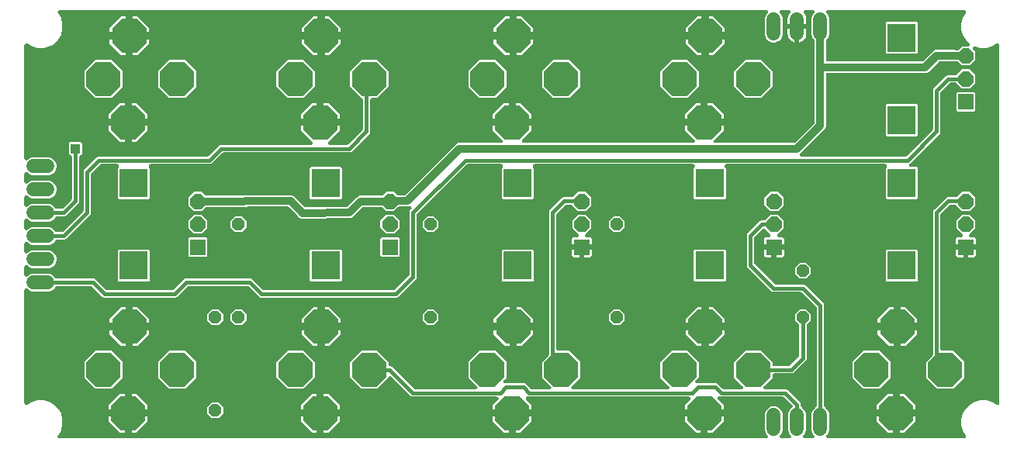
<source format=gbr>
G04 EAGLE Gerber RS-274X export*
G75*
%MOMM*%
%FSLAX34Y34*%
%LPD*%
%INTop Copper*%
%IPPOS*%
%AMOC8*
5,1,8,0,0,1.08239X$1,22.5*%
G01*
%ADD10R,1.676400X1.676400*%
%ADD11P,1.814519X8X22.500000*%
%ADD12R,3.116000X3.116000*%
%ADD13P,4.058962X8X22.500000*%
%ADD14P,4.058962X8X292.500000*%
%ADD15P,1.429621X8X112.500000*%
%ADD16C,1.524000*%
%ADD17P,1.429621X8X292.500000*%
%ADD18R,1.006400X1.006400*%
%ADD19C,0.406400*%
%ADD20C,0.812800*%

G36*
X817113Y7622D02*
X817113Y7622D01*
X817122Y7621D01*
X817314Y7642D01*
X817505Y7661D01*
X817514Y7663D01*
X817522Y7664D01*
X817705Y7722D01*
X817890Y7779D01*
X817898Y7783D01*
X817906Y7786D01*
X818075Y7879D01*
X818244Y7971D01*
X818251Y7976D01*
X818259Y7981D01*
X818406Y8106D01*
X818553Y8228D01*
X818559Y8235D01*
X818566Y8241D01*
X818686Y8393D01*
X818806Y8542D01*
X818810Y8550D01*
X818815Y8557D01*
X818903Y8729D01*
X818991Y8899D01*
X818994Y8908D01*
X818998Y8916D01*
X819049Y9102D01*
X819102Y9286D01*
X819103Y9295D01*
X819106Y9304D01*
X819120Y9495D01*
X819135Y9688D01*
X819134Y9696D01*
X819135Y9705D01*
X819111Y9898D01*
X819088Y10087D01*
X819086Y10096D01*
X819085Y10105D01*
X819023Y10288D01*
X818964Y10470D01*
X818959Y10478D01*
X818956Y10486D01*
X818861Y10652D01*
X818766Y10821D01*
X818760Y10828D01*
X818755Y10835D01*
X818541Y11088D01*
X817317Y12312D01*
X815847Y15860D01*
X815847Y34940D01*
X817317Y38488D01*
X820032Y41203D01*
X822704Y42310D01*
X823580Y42673D01*
X827420Y42673D01*
X830968Y41203D01*
X833683Y38488D01*
X835153Y34940D01*
X835153Y15860D01*
X833683Y12312D01*
X832459Y11088D01*
X832454Y11081D01*
X832447Y11076D01*
X832326Y10925D01*
X832204Y10777D01*
X832200Y10769D01*
X832194Y10762D01*
X832106Y10592D01*
X832016Y10421D01*
X832013Y10412D01*
X832009Y10405D01*
X831956Y10220D01*
X831901Y10035D01*
X831900Y10026D01*
X831898Y10018D01*
X831882Y9827D01*
X831864Y9634D01*
X831865Y9625D01*
X831865Y9616D01*
X831887Y9427D01*
X831908Y9234D01*
X831911Y9225D01*
X831912Y9217D01*
X831971Y9035D01*
X832029Y8850D01*
X832034Y8842D01*
X832036Y8834D01*
X832131Y8667D01*
X832224Y8498D01*
X832230Y8491D01*
X832234Y8483D01*
X832359Y8338D01*
X832485Y8191D01*
X832492Y8185D01*
X832497Y8178D01*
X832648Y8062D01*
X832801Y7941D01*
X832809Y7937D01*
X832816Y7932D01*
X832986Y7847D01*
X833159Y7759D01*
X833168Y7756D01*
X833176Y7752D01*
X833362Y7703D01*
X833547Y7651D01*
X833556Y7650D01*
X833565Y7648D01*
X833896Y7621D01*
X842504Y7621D01*
X842513Y7622D01*
X842522Y7621D01*
X842714Y7642D01*
X842905Y7661D01*
X842914Y7663D01*
X842922Y7664D01*
X843105Y7722D01*
X843290Y7779D01*
X843298Y7783D01*
X843306Y7786D01*
X843475Y7879D01*
X843644Y7971D01*
X843651Y7976D01*
X843659Y7981D01*
X843806Y8106D01*
X843953Y8228D01*
X843959Y8235D01*
X843966Y8241D01*
X844086Y8393D01*
X844206Y8542D01*
X844210Y8550D01*
X844215Y8557D01*
X844303Y8729D01*
X844391Y8899D01*
X844394Y8908D01*
X844398Y8916D01*
X844449Y9102D01*
X844502Y9286D01*
X844503Y9295D01*
X844506Y9304D01*
X844520Y9495D01*
X844535Y9688D01*
X844534Y9696D01*
X844535Y9705D01*
X844511Y9898D01*
X844488Y10087D01*
X844486Y10096D01*
X844485Y10105D01*
X844423Y10288D01*
X844364Y10470D01*
X844359Y10478D01*
X844356Y10486D01*
X844261Y10652D01*
X844166Y10821D01*
X844160Y10828D01*
X844155Y10835D01*
X843941Y11088D01*
X842717Y12312D01*
X841247Y15860D01*
X841247Y34940D01*
X842717Y38488D01*
X845479Y41250D01*
X845490Y41264D01*
X845504Y41275D01*
X845618Y41420D01*
X845734Y41561D01*
X845742Y41577D01*
X845753Y41591D01*
X845837Y41755D01*
X845923Y41917D01*
X845928Y41934D01*
X845936Y41950D01*
X845985Y42127D01*
X846037Y42303D01*
X846039Y42321D01*
X846044Y42338D01*
X846057Y42521D01*
X846074Y42704D01*
X846072Y42722D01*
X846073Y42740D01*
X846050Y42922D01*
X846030Y43104D01*
X846025Y43121D01*
X846023Y43139D01*
X845965Y43313D01*
X845909Y43488D01*
X845900Y43504D01*
X845895Y43521D01*
X845803Y43680D01*
X845714Y43841D01*
X845703Y43854D01*
X845694Y43870D01*
X845479Y44123D01*
X837111Y52490D01*
X837091Y52507D01*
X837073Y52528D01*
X836935Y52635D01*
X836800Y52745D01*
X836776Y52758D01*
X836755Y52774D01*
X836598Y52852D01*
X836444Y52934D01*
X836419Y52942D01*
X836394Y52954D01*
X836225Y52999D01*
X836058Y53049D01*
X836032Y53051D01*
X836006Y53058D01*
X835675Y53085D01*
X767541Y53085D01*
X767114Y53262D01*
X767109Y53264D01*
X767105Y53266D01*
X766917Y53322D01*
X766728Y53379D01*
X766724Y53379D01*
X766720Y53381D01*
X766519Y53399D01*
X766328Y53417D01*
X766323Y53417D01*
X766319Y53417D01*
X766119Y53395D01*
X765927Y53375D01*
X765923Y53374D01*
X765918Y53374D01*
X765732Y53315D01*
X765543Y53256D01*
X765539Y53253D01*
X765534Y53252D01*
X765364Y53158D01*
X765190Y53062D01*
X765186Y53059D01*
X765182Y53057D01*
X765033Y52931D01*
X764881Y52803D01*
X764879Y52800D01*
X764875Y52797D01*
X764755Y52645D01*
X764630Y52488D01*
X764628Y52484D01*
X764626Y52481D01*
X764537Y52307D01*
X764446Y52130D01*
X764445Y52126D01*
X764443Y52122D01*
X764390Y51931D01*
X764337Y51743D01*
X764336Y51738D01*
X764335Y51734D01*
X764320Y51533D01*
X764306Y51341D01*
X764306Y51337D01*
X764306Y51333D01*
X764331Y51134D01*
X764354Y50942D01*
X764356Y50938D01*
X764356Y50933D01*
X764419Y50746D01*
X764481Y50560D01*
X764483Y50556D01*
X764484Y50551D01*
X764584Y50378D01*
X764680Y50210D01*
X764683Y50207D01*
X764685Y50203D01*
X764900Y49950D01*
X770941Y43909D01*
X770941Y38839D01*
X751368Y38839D01*
X751350Y38837D01*
X751333Y38839D01*
X751150Y38818D01*
X750968Y38799D01*
X750951Y38794D01*
X750933Y38792D01*
X750758Y38735D01*
X750583Y38681D01*
X750567Y38673D01*
X750550Y38667D01*
X750390Y38577D01*
X750229Y38489D01*
X750215Y38478D01*
X750199Y38469D01*
X750060Y38349D01*
X749919Y38232D01*
X749908Y38218D01*
X749895Y38206D01*
X749782Y38061D01*
X749667Y37918D01*
X749659Y37902D01*
X749648Y37888D01*
X749647Y37886D01*
X749613Y37948D01*
X749602Y37961D01*
X749593Y37977D01*
X749473Y38116D01*
X749355Y38257D01*
X749342Y38268D01*
X749330Y38282D01*
X749185Y38394D01*
X749042Y38509D01*
X749026Y38517D01*
X749012Y38528D01*
X748847Y38610D01*
X748684Y38695D01*
X748667Y38700D01*
X748651Y38708D01*
X748473Y38755D01*
X748298Y38806D01*
X748280Y38808D01*
X748263Y38812D01*
X747932Y38839D01*
X728359Y38839D01*
X728359Y43909D01*
X734068Y49618D01*
X734074Y49625D01*
X734081Y49630D01*
X734201Y49780D01*
X734323Y49929D01*
X734327Y49937D01*
X734333Y49944D01*
X734421Y50114D01*
X734512Y50285D01*
X734514Y50294D01*
X734518Y50301D01*
X734572Y50486D01*
X734627Y50671D01*
X734627Y50680D01*
X734630Y50688D01*
X734645Y50879D01*
X734663Y51072D01*
X734662Y51081D01*
X734663Y51090D01*
X734641Y51279D01*
X734620Y51472D01*
X734617Y51481D01*
X734616Y51489D01*
X734556Y51671D01*
X734498Y51856D01*
X734494Y51864D01*
X734491Y51872D01*
X734396Y52041D01*
X734303Y52208D01*
X734298Y52215D01*
X734293Y52223D01*
X734167Y52369D01*
X734043Y52515D01*
X734036Y52521D01*
X734030Y52528D01*
X733879Y52645D01*
X733727Y52765D01*
X733719Y52769D01*
X733712Y52774D01*
X733540Y52860D01*
X733368Y52947D01*
X733359Y52950D01*
X733351Y52954D01*
X733165Y53004D01*
X732980Y53055D01*
X732971Y53056D01*
X732963Y53058D01*
X732632Y53085D01*
X557991Y53085D01*
X557564Y53262D01*
X557559Y53264D01*
X557555Y53266D01*
X557367Y53322D01*
X557178Y53379D01*
X557174Y53379D01*
X557170Y53381D01*
X556969Y53399D01*
X556778Y53417D01*
X556773Y53417D01*
X556769Y53417D01*
X556569Y53395D01*
X556377Y53375D01*
X556373Y53374D01*
X556368Y53374D01*
X556182Y53315D01*
X555993Y53256D01*
X555989Y53253D01*
X555984Y53252D01*
X555814Y53158D01*
X555640Y53062D01*
X555636Y53059D01*
X555632Y53057D01*
X555483Y52931D01*
X555331Y52803D01*
X555329Y52800D01*
X555325Y52797D01*
X555205Y52645D01*
X555080Y52488D01*
X555078Y52484D01*
X555076Y52481D01*
X554987Y52307D01*
X554896Y52130D01*
X554895Y52126D01*
X554893Y52122D01*
X554840Y51931D01*
X554787Y51743D01*
X554786Y51738D01*
X554785Y51734D01*
X554770Y51533D01*
X554756Y51341D01*
X554756Y51337D01*
X554756Y51333D01*
X554781Y51134D01*
X554804Y50942D01*
X554806Y50938D01*
X554806Y50933D01*
X554869Y50746D01*
X554931Y50560D01*
X554933Y50556D01*
X554934Y50551D01*
X555034Y50378D01*
X555130Y50210D01*
X555133Y50207D01*
X555135Y50203D01*
X555350Y49950D01*
X561391Y43909D01*
X561391Y38839D01*
X541818Y38839D01*
X541800Y38837D01*
X541783Y38839D01*
X541600Y38818D01*
X541418Y38799D01*
X541401Y38794D01*
X541383Y38792D01*
X541208Y38735D01*
X541033Y38681D01*
X541017Y38673D01*
X541000Y38667D01*
X540840Y38577D01*
X540679Y38489D01*
X540665Y38478D01*
X540649Y38469D01*
X540510Y38349D01*
X540369Y38232D01*
X540358Y38218D01*
X540345Y38206D01*
X540232Y38061D01*
X540117Y37918D01*
X540109Y37902D01*
X540098Y37888D01*
X540097Y37886D01*
X540063Y37948D01*
X540052Y37961D01*
X540043Y37977D01*
X539923Y38116D01*
X539805Y38257D01*
X539792Y38268D01*
X539780Y38282D01*
X539635Y38394D01*
X539492Y38509D01*
X539476Y38517D01*
X539462Y38528D01*
X539297Y38610D01*
X539134Y38695D01*
X539117Y38700D01*
X539101Y38708D01*
X538923Y38755D01*
X538748Y38806D01*
X538730Y38808D01*
X538713Y38812D01*
X538382Y38839D01*
X518809Y38839D01*
X518809Y43909D01*
X524518Y49618D01*
X524524Y49625D01*
X524531Y49630D01*
X524651Y49780D01*
X524773Y49929D01*
X524777Y49937D01*
X524783Y49944D01*
X524871Y50114D01*
X524962Y50285D01*
X524964Y50294D01*
X524968Y50301D01*
X525022Y50486D01*
X525077Y50671D01*
X525077Y50680D01*
X525080Y50688D01*
X525095Y50879D01*
X525113Y51072D01*
X525112Y51081D01*
X525113Y51090D01*
X525091Y51279D01*
X525070Y51472D01*
X525067Y51481D01*
X525066Y51489D01*
X525006Y51671D01*
X524948Y51856D01*
X524944Y51864D01*
X524941Y51872D01*
X524846Y52041D01*
X524753Y52208D01*
X524748Y52215D01*
X524743Y52223D01*
X524617Y52369D01*
X524493Y52515D01*
X524486Y52521D01*
X524480Y52528D01*
X524329Y52645D01*
X524177Y52765D01*
X524169Y52769D01*
X524162Y52774D01*
X523990Y52860D01*
X523818Y52947D01*
X523809Y52950D01*
X523801Y52954D01*
X523615Y53004D01*
X523430Y53055D01*
X523421Y53056D01*
X523413Y53058D01*
X523082Y53085D01*
X430991Y53085D01*
X429498Y53704D01*
X408260Y74941D01*
X408253Y74947D01*
X408248Y74954D01*
X408098Y75074D01*
X407949Y75196D01*
X407941Y75201D01*
X407934Y75206D01*
X407763Y75295D01*
X407593Y75385D01*
X407585Y75388D01*
X407577Y75392D01*
X407391Y75445D01*
X407207Y75500D01*
X407198Y75501D01*
X407190Y75503D01*
X406998Y75519D01*
X406806Y75536D01*
X406797Y75535D01*
X406788Y75536D01*
X406599Y75514D01*
X406406Y75493D01*
X406397Y75490D01*
X406389Y75489D01*
X406207Y75430D01*
X406022Y75371D01*
X406014Y75367D01*
X406006Y75364D01*
X405837Y75269D01*
X405670Y75176D01*
X405663Y75171D01*
X405655Y75166D01*
X405509Y75040D01*
X405363Y74916D01*
X405357Y74909D01*
X405350Y74903D01*
X405233Y74751D01*
X405113Y74600D01*
X405109Y74592D01*
X405104Y74585D01*
X405018Y74413D01*
X404931Y74241D01*
X404928Y74233D01*
X404924Y74225D01*
X404874Y74038D01*
X404868Y74017D01*
X392618Y61767D01*
X375402Y61767D01*
X363227Y73942D01*
X363227Y91158D01*
X375402Y103333D01*
X392618Y103333D01*
X404793Y91158D01*
X404793Y88646D01*
X404795Y88628D01*
X404793Y88610D01*
X404814Y88428D01*
X404833Y88245D01*
X404838Y88228D01*
X404840Y88211D01*
X404897Y88036D01*
X404951Y87860D01*
X404959Y87845D01*
X404965Y87828D01*
X405055Y87668D01*
X405143Y87506D01*
X405154Y87493D01*
X405163Y87477D01*
X405283Y87338D01*
X405400Y87197D01*
X405414Y87186D01*
X405426Y87172D01*
X405571Y87060D01*
X405714Y86945D01*
X405730Y86937D01*
X405744Y86926D01*
X405909Y86844D01*
X406071Y86759D01*
X406088Y86754D01*
X406104Y86746D01*
X406283Y86699D01*
X406458Y86648D01*
X406476Y86646D01*
X406493Y86642D01*
X406824Y86615D01*
X407209Y86615D01*
X408702Y85996D01*
X432889Y61810D01*
X432909Y61793D01*
X432927Y61772D01*
X433065Y61665D01*
X433200Y61555D01*
X433224Y61542D01*
X433245Y61526D01*
X433402Y61448D01*
X433556Y61366D01*
X433581Y61358D01*
X433606Y61346D01*
X433775Y61301D01*
X433942Y61251D01*
X433968Y61249D01*
X433994Y61242D01*
X434325Y61215D01*
X500140Y61215D01*
X500149Y61216D01*
X500158Y61215D01*
X500351Y61236D01*
X500541Y61255D01*
X500549Y61257D01*
X500558Y61258D01*
X500742Y61316D01*
X500926Y61373D01*
X500934Y61377D01*
X500942Y61380D01*
X501110Y61472D01*
X501280Y61565D01*
X501287Y61570D01*
X501294Y61575D01*
X501441Y61699D01*
X501589Y61822D01*
X501595Y61829D01*
X501601Y61835D01*
X501721Y61987D01*
X501841Y62136D01*
X501845Y62144D01*
X501851Y62151D01*
X501939Y62324D01*
X502027Y62493D01*
X502029Y62502D01*
X502033Y62510D01*
X502085Y62696D01*
X502138Y62880D01*
X502139Y62889D01*
X502141Y62898D01*
X502155Y63091D01*
X502171Y63282D01*
X502170Y63290D01*
X502171Y63299D01*
X502146Y63492D01*
X502124Y63681D01*
X502121Y63690D01*
X502120Y63699D01*
X502059Y63882D01*
X501999Y64064D01*
X501995Y64072D01*
X501992Y64080D01*
X501896Y64247D01*
X501801Y64415D01*
X501796Y64422D01*
X501791Y64429D01*
X501577Y64682D01*
X492317Y73942D01*
X492317Y91158D01*
X504492Y103333D01*
X521708Y103333D01*
X533883Y91158D01*
X533883Y73942D01*
X530973Y71032D01*
X530968Y71025D01*
X530961Y71020D01*
X530841Y70870D01*
X530718Y70721D01*
X530714Y70713D01*
X530709Y70706D01*
X530619Y70534D01*
X530530Y70365D01*
X530527Y70356D01*
X530523Y70349D01*
X530470Y70164D01*
X530415Y69979D01*
X530414Y69970D01*
X530412Y69962D01*
X530396Y69771D01*
X530379Y69578D01*
X530380Y69569D01*
X530379Y69560D01*
X530401Y69371D01*
X530422Y69178D01*
X530425Y69169D01*
X530426Y69161D01*
X530485Y68979D01*
X530544Y68794D01*
X530548Y68786D01*
X530551Y68778D01*
X530646Y68609D01*
X530738Y68442D01*
X530744Y68435D01*
X530749Y68427D01*
X530874Y68281D01*
X530999Y68135D01*
X531006Y68129D01*
X531012Y68122D01*
X531163Y68005D01*
X531315Y67885D01*
X531323Y67881D01*
X531330Y67876D01*
X531502Y67790D01*
X531674Y67703D01*
X531682Y67700D01*
X531690Y67696D01*
X531876Y67646D01*
X532062Y67595D01*
X532070Y67594D01*
X532079Y67592D01*
X532410Y67565D01*
X553259Y67565D01*
X554752Y66946D01*
X559889Y61810D01*
X559909Y61793D01*
X559927Y61772D01*
X560065Y61665D01*
X560200Y61555D01*
X560224Y61542D01*
X560245Y61526D01*
X560402Y61448D01*
X560556Y61366D01*
X560581Y61358D01*
X560606Y61346D01*
X560775Y61301D01*
X560942Y61251D01*
X560968Y61249D01*
X560994Y61242D01*
X561325Y61215D01*
X580600Y61215D01*
X580609Y61216D01*
X580618Y61215D01*
X580811Y61236D01*
X581001Y61255D01*
X581009Y61257D01*
X581018Y61258D01*
X581202Y61316D01*
X581386Y61373D01*
X581394Y61377D01*
X581402Y61380D01*
X581570Y61472D01*
X581740Y61565D01*
X581747Y61570D01*
X581754Y61575D01*
X581901Y61699D01*
X582049Y61822D01*
X582055Y61829D01*
X582061Y61835D01*
X582181Y61987D01*
X582301Y62136D01*
X582305Y62144D01*
X582311Y62151D01*
X582399Y62324D01*
X582487Y62493D01*
X582489Y62502D01*
X582493Y62510D01*
X582545Y62696D01*
X582598Y62880D01*
X582599Y62889D01*
X582601Y62898D01*
X582615Y63091D01*
X582631Y63282D01*
X582630Y63290D01*
X582631Y63299D01*
X582606Y63492D01*
X582584Y63681D01*
X582581Y63690D01*
X582580Y63699D01*
X582519Y63882D01*
X582459Y64064D01*
X582455Y64072D01*
X582452Y64080D01*
X582356Y64247D01*
X582261Y64415D01*
X582256Y64422D01*
X582251Y64429D01*
X582037Y64682D01*
X572777Y73942D01*
X572777Y91158D01*
X579540Y97922D01*
X579557Y97942D01*
X579578Y97960D01*
X579685Y98098D01*
X579795Y98233D01*
X579808Y98257D01*
X579824Y98278D01*
X579902Y98435D01*
X579984Y98589D01*
X579992Y98614D01*
X580004Y98638D01*
X580049Y98808D01*
X580099Y98975D01*
X580101Y99001D01*
X580108Y99027D01*
X580135Y99358D01*
X580135Y254809D01*
X580754Y256302D01*
X594598Y270146D01*
X596091Y270765D01*
X604995Y270765D01*
X605021Y270767D01*
X605048Y270765D01*
X605222Y270787D01*
X605395Y270805D01*
X605421Y270812D01*
X605447Y270816D01*
X605613Y270871D01*
X605780Y270923D01*
X605804Y270936D01*
X605829Y270944D01*
X605981Y271031D01*
X606134Y271115D01*
X606155Y271132D01*
X606178Y271145D01*
X606431Y271360D01*
X611786Y276715D01*
X620414Y276715D01*
X626515Y270614D01*
X626515Y261986D01*
X620414Y255885D01*
X611786Y255885D01*
X605631Y262040D01*
X605610Y262057D01*
X605593Y262078D01*
X605455Y262185D01*
X605320Y262295D01*
X605296Y262308D01*
X605275Y262324D01*
X605118Y262402D01*
X604964Y262484D01*
X604938Y262492D01*
X604914Y262504D01*
X604745Y262549D01*
X604578Y262599D01*
X604551Y262601D01*
X604525Y262608D01*
X604195Y262635D01*
X599425Y262635D01*
X599398Y262633D01*
X599372Y262635D01*
X599198Y262613D01*
X599024Y262595D01*
X598999Y262588D01*
X598972Y262584D01*
X598807Y262529D01*
X598640Y262477D01*
X598616Y262464D01*
X598591Y262456D01*
X598439Y262369D01*
X598285Y262285D01*
X598265Y262268D01*
X598242Y262255D01*
X597989Y262040D01*
X588860Y252911D01*
X588843Y252891D01*
X588822Y252873D01*
X588715Y252735D01*
X588605Y252600D01*
X588592Y252576D01*
X588576Y252555D01*
X588498Y252398D01*
X588416Y252244D01*
X588408Y252219D01*
X588396Y252194D01*
X588351Y252025D01*
X588301Y251858D01*
X588299Y251832D01*
X588292Y251806D01*
X588265Y251475D01*
X588265Y105364D01*
X588267Y105346D01*
X588265Y105328D01*
X588286Y105146D01*
X588305Y104963D01*
X588310Y104946D01*
X588312Y104929D01*
X588369Y104754D01*
X588423Y104578D01*
X588431Y104563D01*
X588437Y104546D01*
X588527Y104386D01*
X588615Y104224D01*
X588626Y104211D01*
X588635Y104195D01*
X588755Y104056D01*
X588872Y103915D01*
X588886Y103904D01*
X588898Y103890D01*
X589043Y103778D01*
X589186Y103663D01*
X589202Y103655D01*
X589216Y103644D01*
X589381Y103562D01*
X589543Y103477D01*
X589560Y103472D01*
X589576Y103464D01*
X589755Y103417D01*
X589930Y103366D01*
X589948Y103364D01*
X589965Y103360D01*
X590296Y103333D01*
X602168Y103333D01*
X614343Y91158D01*
X614343Y73942D01*
X605083Y64682D01*
X605078Y64675D01*
X605071Y64670D01*
X604951Y64520D01*
X604828Y64371D01*
X604824Y64363D01*
X604819Y64356D01*
X604729Y64184D01*
X604640Y64015D01*
X604637Y64006D01*
X604633Y63999D01*
X604580Y63814D01*
X604525Y63629D01*
X604524Y63620D01*
X604522Y63612D01*
X604506Y63420D01*
X604489Y63228D01*
X604490Y63219D01*
X604489Y63210D01*
X604511Y63021D01*
X604532Y62828D01*
X604535Y62819D01*
X604536Y62811D01*
X604595Y62629D01*
X604654Y62444D01*
X604658Y62436D01*
X604661Y62428D01*
X604756Y62259D01*
X604848Y62092D01*
X604854Y62085D01*
X604859Y62077D01*
X604984Y61931D01*
X605109Y61785D01*
X605116Y61779D01*
X605122Y61772D01*
X605273Y61655D01*
X605425Y61535D01*
X605433Y61531D01*
X605440Y61526D01*
X605612Y61440D01*
X605784Y61353D01*
X605792Y61350D01*
X605800Y61346D01*
X605987Y61296D01*
X606172Y61245D01*
X606180Y61244D01*
X606189Y61242D01*
X606520Y61215D01*
X709690Y61215D01*
X709699Y61216D01*
X709708Y61215D01*
X709901Y61236D01*
X710091Y61255D01*
X710099Y61257D01*
X710108Y61258D01*
X710292Y61316D01*
X710476Y61373D01*
X710484Y61377D01*
X710492Y61380D01*
X710660Y61472D01*
X710830Y61565D01*
X710837Y61570D01*
X710844Y61575D01*
X710991Y61699D01*
X711139Y61822D01*
X711145Y61829D01*
X711151Y61835D01*
X711271Y61987D01*
X711391Y62136D01*
X711395Y62144D01*
X711401Y62151D01*
X711489Y62324D01*
X711577Y62493D01*
X711579Y62502D01*
X711583Y62510D01*
X711635Y62696D01*
X711688Y62880D01*
X711689Y62889D01*
X711691Y62898D01*
X711705Y63091D01*
X711721Y63282D01*
X711720Y63290D01*
X711721Y63299D01*
X711696Y63492D01*
X711674Y63681D01*
X711671Y63690D01*
X711670Y63699D01*
X711609Y63882D01*
X711549Y64064D01*
X711545Y64072D01*
X711542Y64080D01*
X711446Y64247D01*
X711351Y64415D01*
X711346Y64422D01*
X711341Y64429D01*
X711127Y64682D01*
X701867Y73942D01*
X701867Y91158D01*
X714042Y103333D01*
X731258Y103333D01*
X743433Y91158D01*
X743433Y73942D01*
X740523Y71032D01*
X740518Y71025D01*
X740511Y71020D01*
X740391Y70870D01*
X740268Y70721D01*
X740264Y70713D01*
X740259Y70706D01*
X740169Y70534D01*
X740080Y70365D01*
X740077Y70356D01*
X740073Y70349D01*
X740020Y70164D01*
X739965Y69979D01*
X739964Y69970D01*
X739962Y69962D01*
X739946Y69771D01*
X739929Y69578D01*
X739930Y69569D01*
X739929Y69560D01*
X739951Y69371D01*
X739972Y69178D01*
X739975Y69169D01*
X739976Y69161D01*
X740035Y68979D01*
X740094Y68794D01*
X740098Y68786D01*
X740101Y68778D01*
X740196Y68609D01*
X740288Y68442D01*
X740294Y68435D01*
X740299Y68427D01*
X740424Y68281D01*
X740549Y68135D01*
X740556Y68129D01*
X740562Y68122D01*
X740713Y68005D01*
X740865Y67885D01*
X740873Y67881D01*
X740880Y67876D01*
X741052Y67790D01*
X741224Y67703D01*
X741232Y67700D01*
X741240Y67696D01*
X741426Y67646D01*
X741612Y67595D01*
X741620Y67594D01*
X741629Y67592D01*
X741960Y67565D01*
X762809Y67565D01*
X764302Y66946D01*
X769439Y61810D01*
X769459Y61793D01*
X769477Y61772D01*
X769615Y61665D01*
X769750Y61555D01*
X769774Y61542D01*
X769795Y61526D01*
X769952Y61448D01*
X770106Y61366D01*
X770131Y61358D01*
X770156Y61346D01*
X770325Y61301D01*
X770492Y61251D01*
X770518Y61249D01*
X770544Y61242D01*
X770875Y61215D01*
X790150Y61215D01*
X790159Y61216D01*
X790168Y61215D01*
X790361Y61236D01*
X790551Y61255D01*
X790559Y61257D01*
X790568Y61258D01*
X790752Y61316D01*
X790936Y61373D01*
X790944Y61377D01*
X790952Y61380D01*
X791120Y61472D01*
X791290Y61565D01*
X791297Y61570D01*
X791304Y61575D01*
X791451Y61699D01*
X791599Y61822D01*
X791605Y61829D01*
X791611Y61835D01*
X791731Y61987D01*
X791851Y62136D01*
X791855Y62144D01*
X791861Y62151D01*
X791949Y62324D01*
X792037Y62493D01*
X792039Y62502D01*
X792043Y62510D01*
X792095Y62696D01*
X792148Y62880D01*
X792149Y62889D01*
X792151Y62898D01*
X792165Y63091D01*
X792181Y63282D01*
X792180Y63290D01*
X792181Y63299D01*
X792156Y63492D01*
X792134Y63681D01*
X792131Y63690D01*
X792130Y63699D01*
X792069Y63882D01*
X792009Y64064D01*
X792005Y64072D01*
X792002Y64080D01*
X791906Y64247D01*
X791811Y64415D01*
X791806Y64422D01*
X791801Y64429D01*
X791587Y64682D01*
X782327Y73942D01*
X782327Y91158D01*
X794502Y103333D01*
X811718Y103333D01*
X823893Y91158D01*
X823893Y88646D01*
X823895Y88628D01*
X823893Y88610D01*
X823914Y88428D01*
X823933Y88245D01*
X823938Y88228D01*
X823940Y88211D01*
X823997Y88036D01*
X824051Y87860D01*
X824059Y87845D01*
X824065Y87828D01*
X824155Y87668D01*
X824243Y87506D01*
X824254Y87493D01*
X824263Y87477D01*
X824383Y87338D01*
X824500Y87197D01*
X824514Y87186D01*
X824526Y87172D01*
X824671Y87060D01*
X824814Y86945D01*
X824830Y86937D01*
X824844Y86926D01*
X825009Y86844D01*
X825171Y86759D01*
X825188Y86754D01*
X825204Y86746D01*
X825383Y86699D01*
X825558Y86648D01*
X825576Y86646D01*
X825593Y86642D01*
X825924Y86615D01*
X842025Y86615D01*
X842052Y86617D01*
X842078Y86615D01*
X842252Y86637D01*
X842426Y86655D01*
X842451Y86662D01*
X842478Y86666D01*
X842643Y86721D01*
X842811Y86773D01*
X842834Y86786D01*
X842859Y86794D01*
X843011Y86881D01*
X843165Y86965D01*
X843185Y86982D01*
X843208Y86995D01*
X843461Y87210D01*
X852590Y96339D01*
X852607Y96359D01*
X852628Y96377D01*
X852735Y96515D01*
X852845Y96650D01*
X852858Y96674D01*
X852874Y96695D01*
X852952Y96852D01*
X853034Y97006D01*
X853042Y97031D01*
X853054Y97056D01*
X853099Y97225D01*
X853149Y97392D01*
X853151Y97418D01*
X853158Y97444D01*
X853185Y97775D01*
X853185Y130709D01*
X853183Y130736D01*
X853185Y130763D01*
X853163Y130936D01*
X853145Y131110D01*
X853138Y131135D01*
X853134Y131162D01*
X853078Y131328D01*
X853027Y131495D01*
X853014Y131518D01*
X853006Y131544D01*
X852919Y131695D01*
X852835Y131849D01*
X852818Y131869D01*
X852805Y131893D01*
X852590Y132146D01*
X848613Y136123D01*
X848613Y143277D01*
X853673Y148337D01*
X860827Y148337D01*
X865887Y143277D01*
X865887Y136123D01*
X861910Y132146D01*
X861893Y132125D01*
X861872Y132107D01*
X861765Y131969D01*
X861655Y131834D01*
X861642Y131810D01*
X861626Y131789D01*
X861548Y131633D01*
X861466Y131478D01*
X861458Y131453D01*
X861446Y131429D01*
X861401Y131259D01*
X861351Y131092D01*
X861349Y131066D01*
X861342Y131040D01*
X861315Y130709D01*
X861315Y94441D01*
X860696Y92948D01*
X859267Y91519D01*
X859267Y91518D01*
X848282Y80533D01*
X848281Y80533D01*
X846852Y79104D01*
X845359Y78485D01*
X825924Y78485D01*
X825906Y78483D01*
X825888Y78485D01*
X825706Y78464D01*
X825523Y78445D01*
X825506Y78440D01*
X825489Y78438D01*
X825314Y78381D01*
X825138Y78327D01*
X825123Y78319D01*
X825106Y78313D01*
X824946Y78223D01*
X824784Y78135D01*
X824771Y78124D01*
X824755Y78115D01*
X824616Y77995D01*
X824475Y77878D01*
X824464Y77864D01*
X824450Y77852D01*
X824338Y77707D01*
X824223Y77564D01*
X824215Y77548D01*
X824204Y77534D01*
X824122Y77369D01*
X824037Y77207D01*
X824032Y77190D01*
X824024Y77174D01*
X823977Y76995D01*
X823926Y76820D01*
X823924Y76802D01*
X823920Y76785D01*
X823893Y76454D01*
X823893Y73942D01*
X814633Y64682D01*
X814628Y64675D01*
X814621Y64670D01*
X814501Y64520D01*
X814378Y64371D01*
X814374Y64363D01*
X814369Y64356D01*
X814279Y64184D01*
X814190Y64015D01*
X814187Y64006D01*
X814183Y63999D01*
X814130Y63814D01*
X814075Y63629D01*
X814074Y63620D01*
X814072Y63612D01*
X814056Y63420D01*
X814039Y63228D01*
X814040Y63219D01*
X814039Y63210D01*
X814061Y63021D01*
X814082Y62828D01*
X814085Y62819D01*
X814086Y62811D01*
X814145Y62629D01*
X814204Y62444D01*
X814208Y62436D01*
X814211Y62428D01*
X814306Y62259D01*
X814398Y62092D01*
X814404Y62085D01*
X814409Y62077D01*
X814534Y61931D01*
X814659Y61785D01*
X814666Y61779D01*
X814672Y61772D01*
X814823Y61655D01*
X814975Y61535D01*
X814983Y61531D01*
X814990Y61526D01*
X815162Y61440D01*
X815334Y61353D01*
X815342Y61350D01*
X815350Y61346D01*
X815537Y61296D01*
X815722Y61245D01*
X815730Y61244D01*
X815739Y61242D01*
X816070Y61215D01*
X839009Y61215D01*
X840502Y60596D01*
X854346Y46752D01*
X854965Y45259D01*
X854965Y43142D01*
X854967Y43119D01*
X854965Y43097D01*
X854987Y42919D01*
X855005Y42741D01*
X855011Y42720D01*
X855014Y42697D01*
X855070Y42528D01*
X855123Y42356D01*
X855133Y42336D01*
X855140Y42315D01*
X855229Y42160D01*
X855315Y42002D01*
X855329Y41985D01*
X855340Y41966D01*
X855457Y41831D01*
X855572Y41693D01*
X855590Y41679D01*
X855604Y41662D01*
X855746Y41553D01*
X855886Y41440D01*
X855906Y41430D01*
X855924Y41417D01*
X856219Y41265D01*
X856368Y41203D01*
X859083Y38488D01*
X860553Y34940D01*
X860553Y15860D01*
X859083Y12312D01*
X857859Y11088D01*
X857854Y11081D01*
X857847Y11076D01*
X857726Y10925D01*
X857604Y10777D01*
X857600Y10769D01*
X857594Y10762D01*
X857506Y10592D01*
X857416Y10421D01*
X857413Y10412D01*
X857409Y10405D01*
X857356Y10220D01*
X857301Y10035D01*
X857300Y10026D01*
X857298Y10018D01*
X857282Y9827D01*
X857264Y9634D01*
X857265Y9625D01*
X857265Y9616D01*
X857287Y9427D01*
X857308Y9234D01*
X857311Y9225D01*
X857312Y9217D01*
X857371Y9035D01*
X857429Y8850D01*
X857434Y8842D01*
X857436Y8834D01*
X857531Y8667D01*
X857624Y8498D01*
X857630Y8491D01*
X857634Y8483D01*
X857759Y8338D01*
X857885Y8191D01*
X857892Y8185D01*
X857897Y8178D01*
X858048Y8062D01*
X858201Y7941D01*
X858209Y7937D01*
X858216Y7932D01*
X858386Y7847D01*
X858559Y7759D01*
X858568Y7756D01*
X858576Y7752D01*
X858762Y7703D01*
X858947Y7651D01*
X858956Y7650D01*
X858965Y7648D01*
X859296Y7621D01*
X867904Y7621D01*
X867913Y7622D01*
X867922Y7621D01*
X868114Y7642D01*
X868305Y7661D01*
X868314Y7663D01*
X868322Y7664D01*
X868505Y7722D01*
X868690Y7779D01*
X868698Y7783D01*
X868706Y7786D01*
X868875Y7879D01*
X869044Y7971D01*
X869051Y7976D01*
X869059Y7981D01*
X869206Y8106D01*
X869353Y8228D01*
X869359Y8235D01*
X869366Y8241D01*
X869486Y8393D01*
X869606Y8542D01*
X869610Y8550D01*
X869615Y8557D01*
X869703Y8729D01*
X869791Y8899D01*
X869794Y8908D01*
X869798Y8916D01*
X869849Y9102D01*
X869902Y9286D01*
X869903Y9295D01*
X869906Y9304D01*
X869920Y9495D01*
X869935Y9688D01*
X869934Y9696D01*
X869935Y9705D01*
X869911Y9898D01*
X869888Y10087D01*
X869886Y10096D01*
X869885Y10105D01*
X869823Y10288D01*
X869764Y10470D01*
X869759Y10478D01*
X869756Y10486D01*
X869661Y10652D01*
X869566Y10821D01*
X869560Y10828D01*
X869555Y10835D01*
X869341Y11088D01*
X868117Y12312D01*
X866647Y15860D01*
X866647Y34940D01*
X868117Y38488D01*
X870832Y41203D01*
X870981Y41265D01*
X871001Y41275D01*
X871022Y41282D01*
X871178Y41371D01*
X871336Y41455D01*
X871353Y41469D01*
X871373Y41480D01*
X871508Y41597D01*
X871647Y41712D01*
X871661Y41729D01*
X871678Y41743D01*
X871787Y41885D01*
X871900Y42024D01*
X871911Y42044D01*
X871924Y42062D01*
X872004Y42222D01*
X872087Y42381D01*
X872094Y42402D01*
X872104Y42422D01*
X872150Y42595D01*
X872200Y42767D01*
X872202Y42789D01*
X872208Y42811D01*
X872235Y43142D01*
X872235Y149875D01*
X872233Y149902D01*
X872235Y149928D01*
X872213Y150102D01*
X872195Y150276D01*
X872188Y150301D01*
X872184Y150328D01*
X872129Y150493D01*
X872077Y150660D01*
X872064Y150684D01*
X872056Y150709D01*
X871969Y150861D01*
X871885Y151015D01*
X871868Y151035D01*
X871855Y151058D01*
X871640Y151311D01*
X856161Y166790D01*
X856141Y166807D01*
X856123Y166828D01*
X855985Y166935D01*
X855850Y167045D01*
X855826Y167058D01*
X855805Y167074D01*
X855648Y167152D01*
X855494Y167234D01*
X855469Y167242D01*
X855444Y167254D01*
X855275Y167299D01*
X855108Y167349D01*
X855082Y167351D01*
X855056Y167358D01*
X854725Y167385D01*
X824691Y167385D01*
X823198Y168004D01*
X796654Y194548D01*
X796035Y196041D01*
X796035Y229409D01*
X796654Y230902D01*
X810498Y244746D01*
X811991Y245365D01*
X814145Y245365D01*
X814171Y245367D01*
X814198Y245365D01*
X814372Y245387D01*
X814545Y245405D01*
X814571Y245412D01*
X814597Y245416D01*
X814763Y245471D01*
X814930Y245523D01*
X814954Y245536D01*
X814979Y245544D01*
X815131Y245631D01*
X815284Y245715D01*
X815305Y245732D01*
X815328Y245745D01*
X815581Y245960D01*
X821336Y251715D01*
X829964Y251715D01*
X836065Y245614D01*
X836065Y236986D01*
X829769Y230690D01*
X829763Y230683D01*
X829756Y230678D01*
X829636Y230528D01*
X829514Y230379D01*
X829510Y230371D01*
X829504Y230364D01*
X829415Y230192D01*
X829325Y230023D01*
X829323Y230014D01*
X829319Y230007D01*
X829265Y229822D01*
X829210Y229637D01*
X829210Y229628D01*
X829207Y229620D01*
X829192Y229428D01*
X829174Y229236D01*
X829175Y229227D01*
X829174Y229218D01*
X829196Y229029D01*
X829217Y228836D01*
X829220Y228827D01*
X829221Y228819D01*
X829281Y228637D01*
X829339Y228452D01*
X829343Y228444D01*
X829346Y228436D01*
X829441Y228267D01*
X829534Y228100D01*
X829540Y228093D01*
X829544Y228085D01*
X829670Y227939D01*
X829794Y227793D01*
X829801Y227787D01*
X829807Y227780D01*
X829959Y227663D01*
X830110Y227543D01*
X830118Y227539D01*
X830125Y227534D01*
X830297Y227448D01*
X830469Y227361D01*
X830478Y227358D01*
X830486Y227354D01*
X830672Y227304D01*
X830857Y227253D01*
X830866Y227252D01*
X830875Y227250D01*
X831205Y227223D01*
X834367Y227223D01*
X835013Y227050D01*
X835592Y226715D01*
X836065Y226242D01*
X836400Y225663D01*
X836573Y225017D01*
X836573Y219049D01*
X826368Y219049D01*
X826350Y219047D01*
X826333Y219049D01*
X826150Y219028D01*
X825968Y219009D01*
X825951Y219004D01*
X825933Y219002D01*
X825758Y218945D01*
X825658Y218914D01*
X825651Y218918D01*
X825473Y218965D01*
X825298Y219016D01*
X825280Y219018D01*
X825263Y219022D01*
X824932Y219049D01*
X814727Y219049D01*
X814727Y225017D01*
X814900Y225663D01*
X815235Y226242D01*
X815708Y226715D01*
X816287Y227050D01*
X816933Y227223D01*
X820095Y227223D01*
X820104Y227224D01*
X820113Y227223D01*
X820304Y227244D01*
X820495Y227263D01*
X820504Y227265D01*
X820513Y227266D01*
X820695Y227324D01*
X820880Y227381D01*
X820888Y227385D01*
X820897Y227388D01*
X821065Y227481D01*
X821234Y227573D01*
X821241Y227578D01*
X821249Y227583D01*
X821396Y227707D01*
X821544Y227830D01*
X821549Y227837D01*
X821556Y227843D01*
X821675Y227993D01*
X821796Y228144D01*
X821800Y228152D01*
X821806Y228159D01*
X821893Y228332D01*
X821981Y228501D01*
X821984Y228510D01*
X821988Y228518D01*
X822040Y228704D01*
X822093Y228888D01*
X822094Y228897D01*
X822096Y228906D01*
X822110Y229099D01*
X822126Y229290D01*
X822125Y229298D01*
X822125Y229307D01*
X822101Y229499D01*
X822079Y229689D01*
X822076Y229698D01*
X822075Y229707D01*
X822014Y229889D01*
X821954Y230072D01*
X821950Y230080D01*
X821947Y230088D01*
X821851Y230255D01*
X821756Y230423D01*
X821750Y230430D01*
X821746Y230437D01*
X821531Y230690D01*
X816171Y236050D01*
X816157Y236061D01*
X816146Y236075D01*
X816002Y236189D01*
X815860Y236305D01*
X815844Y236314D01*
X815830Y236325D01*
X815665Y236408D01*
X815504Y236494D01*
X815487Y236499D01*
X815471Y236507D01*
X815293Y236556D01*
X815118Y236609D01*
X815100Y236610D01*
X815083Y236615D01*
X814900Y236628D01*
X814717Y236645D01*
X814699Y236643D01*
X814682Y236644D01*
X814499Y236621D01*
X814317Y236602D01*
X814300Y236596D01*
X814282Y236594D01*
X814107Y236535D01*
X813933Y236480D01*
X813917Y236471D01*
X813900Y236466D01*
X813741Y236374D01*
X813581Y236285D01*
X813567Y236274D01*
X813552Y236265D01*
X813299Y236050D01*
X804760Y227511D01*
X804743Y227491D01*
X804722Y227473D01*
X804615Y227335D01*
X804505Y227200D01*
X804492Y227176D01*
X804476Y227155D01*
X804398Y226998D01*
X804316Y226844D01*
X804308Y226819D01*
X804296Y226794D01*
X804251Y226625D01*
X804201Y226458D01*
X804199Y226432D01*
X804192Y226406D01*
X804165Y226075D01*
X804165Y199375D01*
X804167Y199348D01*
X804165Y199322D01*
X804187Y199148D01*
X804205Y198974D01*
X804212Y198949D01*
X804216Y198922D01*
X804271Y198757D01*
X804323Y198590D01*
X804336Y198566D01*
X804344Y198541D01*
X804431Y198389D01*
X804515Y198235D01*
X804532Y198215D01*
X804545Y198192D01*
X804760Y197939D01*
X826589Y176110D01*
X826609Y176093D01*
X826627Y176072D01*
X826765Y175965D01*
X826900Y175855D01*
X826924Y175842D01*
X826945Y175826D01*
X827102Y175748D01*
X827256Y175666D01*
X827281Y175658D01*
X827306Y175646D01*
X827475Y175601D01*
X827642Y175551D01*
X827668Y175549D01*
X827694Y175542D01*
X828025Y175515D01*
X858059Y175515D01*
X859552Y174896D01*
X879746Y154702D01*
X880365Y153209D01*
X880365Y43142D01*
X880367Y43119D01*
X880365Y43097D01*
X880387Y42919D01*
X880405Y42741D01*
X880411Y42720D01*
X880414Y42697D01*
X880470Y42528D01*
X880523Y42356D01*
X880533Y42336D01*
X880540Y42315D01*
X880629Y42160D01*
X880715Y42002D01*
X880729Y41985D01*
X880740Y41966D01*
X880857Y41831D01*
X880972Y41693D01*
X880990Y41679D01*
X881004Y41662D01*
X881146Y41553D01*
X881286Y41440D01*
X881306Y41430D01*
X881324Y41417D01*
X881619Y41265D01*
X881768Y41203D01*
X884483Y38488D01*
X885953Y34940D01*
X885953Y15860D01*
X884483Y12312D01*
X883259Y11088D01*
X883254Y11081D01*
X883247Y11076D01*
X883126Y10925D01*
X883004Y10777D01*
X883000Y10769D01*
X882994Y10762D01*
X882906Y10592D01*
X882816Y10421D01*
X882813Y10412D01*
X882809Y10405D01*
X882756Y10220D01*
X882701Y10035D01*
X882700Y10026D01*
X882698Y10018D01*
X882682Y9827D01*
X882664Y9634D01*
X882665Y9625D01*
X882665Y9616D01*
X882687Y9427D01*
X882708Y9234D01*
X882711Y9225D01*
X882712Y9217D01*
X882771Y9035D01*
X882829Y8850D01*
X882834Y8842D01*
X882836Y8834D01*
X882931Y8667D01*
X883024Y8498D01*
X883030Y8491D01*
X883034Y8483D01*
X883159Y8338D01*
X883285Y8191D01*
X883292Y8185D01*
X883297Y8178D01*
X883448Y8062D01*
X883601Y7941D01*
X883609Y7937D01*
X883616Y7932D01*
X883786Y7847D01*
X883959Y7759D01*
X883968Y7756D01*
X883976Y7752D01*
X884162Y7703D01*
X884347Y7651D01*
X884356Y7650D01*
X884365Y7648D01*
X884696Y7621D01*
X1033496Y7621D01*
X1033642Y7635D01*
X1033788Y7642D01*
X1033842Y7655D01*
X1033897Y7661D01*
X1034037Y7704D01*
X1034178Y7739D01*
X1034229Y7762D01*
X1034282Y7779D01*
X1034410Y7848D01*
X1034542Y7911D01*
X1034587Y7944D01*
X1034636Y7971D01*
X1034748Y8064D01*
X1034865Y8151D01*
X1034902Y8193D01*
X1034945Y8228D01*
X1035037Y8342D01*
X1035134Y8451D01*
X1035163Y8499D01*
X1035197Y8542D01*
X1035265Y8672D01*
X1035339Y8798D01*
X1035357Y8850D01*
X1035383Y8899D01*
X1035423Y9040D01*
X1035471Y9178D01*
X1035479Y9233D01*
X1035494Y9286D01*
X1035506Y9432D01*
X1035526Y9577D01*
X1035523Y9632D01*
X1035527Y9688D01*
X1035510Y9833D01*
X1035501Y9979D01*
X1035487Y10032D01*
X1035480Y10087D01*
X1035435Y10226D01*
X1035397Y10368D01*
X1035370Y10425D01*
X1035355Y10470D01*
X1035314Y10543D01*
X1035255Y10668D01*
X1032028Y16258D01*
X1030414Y22282D01*
X1030414Y28518D01*
X1032028Y34542D01*
X1035146Y39944D01*
X1039556Y44354D01*
X1044958Y47472D01*
X1050982Y49086D01*
X1057218Y49086D01*
X1063242Y47472D01*
X1068832Y44245D01*
X1068966Y44184D01*
X1069095Y44117D01*
X1069149Y44102D01*
X1069199Y44079D01*
X1069342Y44046D01*
X1069482Y44006D01*
X1069538Y44001D01*
X1069592Y43989D01*
X1069738Y43985D01*
X1069884Y43973D01*
X1069939Y43979D01*
X1069994Y43978D01*
X1070139Y44003D01*
X1070283Y44020D01*
X1070336Y44037D01*
X1070391Y44046D01*
X1070527Y44099D01*
X1070666Y44145D01*
X1070715Y44172D01*
X1070766Y44192D01*
X1070889Y44271D01*
X1071017Y44343D01*
X1071059Y44379D01*
X1071106Y44409D01*
X1071211Y44510D01*
X1071322Y44606D01*
X1071356Y44650D01*
X1071396Y44688D01*
X1071479Y44808D01*
X1071568Y44924D01*
X1071593Y44973D01*
X1071625Y45019D01*
X1071683Y45154D01*
X1071748Y45284D01*
X1071762Y45338D01*
X1071784Y45389D01*
X1071814Y45532D01*
X1071852Y45673D01*
X1071857Y45736D01*
X1071867Y45783D01*
X1071868Y45867D01*
X1071879Y46004D01*
X1071879Y436596D01*
X1071865Y436742D01*
X1071858Y436888D01*
X1071845Y436942D01*
X1071839Y436997D01*
X1071796Y437137D01*
X1071761Y437278D01*
X1071738Y437329D01*
X1071721Y437382D01*
X1071652Y437510D01*
X1071589Y437642D01*
X1071556Y437687D01*
X1071529Y437736D01*
X1071436Y437848D01*
X1071349Y437965D01*
X1071307Y438002D01*
X1071272Y438045D01*
X1071158Y438137D01*
X1071049Y438234D01*
X1071001Y438263D01*
X1070958Y438297D01*
X1070828Y438365D01*
X1070702Y438439D01*
X1070650Y438457D01*
X1070601Y438483D01*
X1070460Y438523D01*
X1070322Y438571D01*
X1070267Y438579D01*
X1070214Y438594D01*
X1070068Y438606D01*
X1069923Y438626D01*
X1069868Y438623D01*
X1069812Y438627D01*
X1069667Y438610D01*
X1069521Y438601D01*
X1069468Y438587D01*
X1069413Y438580D01*
X1069274Y438535D01*
X1069132Y438497D01*
X1069075Y438470D01*
X1069030Y438455D01*
X1068957Y438414D01*
X1068832Y438355D01*
X1063242Y435128D01*
X1057218Y433514D01*
X1050982Y433514D01*
X1045304Y435035D01*
X1045232Y435047D01*
X1045161Y435068D01*
X1045033Y435079D01*
X1044907Y435100D01*
X1044833Y435098D01*
X1044760Y435104D01*
X1044633Y435090D01*
X1044504Y435086D01*
X1044433Y435069D01*
X1044360Y435061D01*
X1044238Y435022D01*
X1044113Y434992D01*
X1044046Y434961D01*
X1043976Y434939D01*
X1043864Y434877D01*
X1043747Y434823D01*
X1043688Y434780D01*
X1043624Y434745D01*
X1043526Y434661D01*
X1043422Y434586D01*
X1043373Y434531D01*
X1043317Y434484D01*
X1043237Y434383D01*
X1043151Y434288D01*
X1043113Y434226D01*
X1043067Y434168D01*
X1043009Y434054D01*
X1042943Y433943D01*
X1042918Y433875D01*
X1042885Y433809D01*
X1042851Y433685D01*
X1042807Y433564D01*
X1042797Y433492D01*
X1042777Y433421D01*
X1042768Y433293D01*
X1042749Y433166D01*
X1042753Y433093D01*
X1042748Y433020D01*
X1042764Y432892D01*
X1042771Y432764D01*
X1042789Y432693D01*
X1042798Y432620D01*
X1042839Y432498D01*
X1042871Y432374D01*
X1042903Y432308D01*
X1042926Y432239D01*
X1042990Y432127D01*
X1043046Y432012D01*
X1043091Y431953D01*
X1043127Y431890D01*
X1043237Y431760D01*
X1043290Y431691D01*
X1043315Y431669D01*
X1043342Y431637D01*
X1045615Y429364D01*
X1045615Y420736D01*
X1039514Y414635D01*
X1030886Y414635D01*
X1027163Y418358D01*
X1027142Y418375D01*
X1027125Y418396D01*
X1026987Y418503D01*
X1026852Y418613D01*
X1026828Y418626D01*
X1026807Y418642D01*
X1026650Y418720D01*
X1026496Y418802D01*
X1026470Y418810D01*
X1026446Y418822D01*
X1026277Y418867D01*
X1026110Y418917D01*
X1026083Y418919D01*
X1026057Y418926D01*
X1025727Y418953D01*
X1021137Y418953D01*
X1020545Y419199D01*
X1020515Y419208D01*
X1020487Y419222D01*
X1020322Y419266D01*
X1020159Y419315D01*
X1020128Y419318D01*
X1020098Y419326D01*
X1019768Y419353D01*
X1006667Y419353D01*
X1006640Y419351D01*
X1006613Y419353D01*
X1006440Y419331D01*
X1006266Y419313D01*
X1006241Y419306D01*
X1006214Y419302D01*
X1006048Y419247D01*
X1005881Y419195D01*
X1005858Y419182D01*
X1005832Y419174D01*
X1005681Y419087D01*
X1005527Y419003D01*
X1005507Y418986D01*
X1005483Y418973D01*
X1005230Y418758D01*
X994054Y407581D01*
X991813Y406653D01*
X884428Y406653D01*
X884410Y406651D01*
X884392Y406653D01*
X884210Y406632D01*
X884027Y406613D01*
X884010Y406608D01*
X883993Y406606D01*
X883818Y406549D01*
X883642Y406495D01*
X883627Y406487D01*
X883610Y406481D01*
X883450Y406391D01*
X883288Y406303D01*
X883275Y406292D01*
X883259Y406283D01*
X883120Y406163D01*
X882979Y406046D01*
X882968Y406032D01*
X882954Y406020D01*
X882842Y405875D01*
X882727Y405732D01*
X882719Y405716D01*
X882708Y405702D01*
X882625Y405536D01*
X882541Y405375D01*
X882536Y405358D01*
X882528Y405342D01*
X882481Y405163D01*
X882430Y404988D01*
X882428Y404970D01*
X882424Y404953D01*
X882397Y404622D01*
X882397Y348037D01*
X881469Y345796D01*
X879468Y343796D01*
X854354Y318682D01*
X854349Y318675D01*
X854342Y318670D01*
X854222Y318520D01*
X854099Y318371D01*
X854095Y318363D01*
X854090Y318356D01*
X854001Y318185D01*
X853911Y318015D01*
X853908Y318007D01*
X853904Y317999D01*
X853851Y317813D01*
X853796Y317629D01*
X853795Y317620D01*
X853793Y317612D01*
X853777Y317420D01*
X853759Y317228D01*
X853760Y317219D01*
X853760Y317210D01*
X853782Y317021D01*
X853803Y316828D01*
X853806Y316819D01*
X853807Y316811D01*
X853866Y316629D01*
X853924Y316444D01*
X853929Y316436D01*
X853931Y316428D01*
X854027Y316259D01*
X854119Y316092D01*
X854125Y316085D01*
X854129Y316077D01*
X854255Y315931D01*
X854380Y315785D01*
X854387Y315779D01*
X854393Y315772D01*
X854544Y315655D01*
X854696Y315535D01*
X854704Y315531D01*
X854711Y315526D01*
X854883Y315440D01*
X855055Y315353D01*
X855063Y315350D01*
X855071Y315346D01*
X855258Y315296D01*
X855442Y315245D01*
X855451Y315244D01*
X855460Y315242D01*
X855791Y315215D01*
X969025Y315215D01*
X969052Y315217D01*
X969078Y315215D01*
X969252Y315237D01*
X969426Y315255D01*
X969451Y315262D01*
X969478Y315266D01*
X969643Y315321D01*
X969810Y315373D01*
X969834Y315386D01*
X969859Y315394D01*
X970011Y315481D01*
X970165Y315565D01*
X970185Y315582D01*
X970208Y315595D01*
X970461Y315810D01*
X998640Y343989D01*
X998657Y344009D01*
X998678Y344027D01*
X998785Y344165D01*
X998895Y344300D01*
X998908Y344324D01*
X998924Y344345D01*
X999002Y344502D01*
X999084Y344656D01*
X999092Y344681D01*
X999104Y344706D01*
X999149Y344875D01*
X999199Y345042D01*
X999201Y345068D01*
X999208Y345094D01*
X999235Y345425D01*
X999235Y388159D01*
X999854Y389652D01*
X1013698Y403496D01*
X1015191Y404115D01*
X1023695Y404115D01*
X1023721Y404117D01*
X1023748Y404115D01*
X1023922Y404137D01*
X1024095Y404155D01*
X1024121Y404162D01*
X1024147Y404166D01*
X1024313Y404221D01*
X1024480Y404273D01*
X1024504Y404286D01*
X1024529Y404294D01*
X1024681Y404381D01*
X1024834Y404465D01*
X1024855Y404482D01*
X1024878Y404495D01*
X1025131Y404710D01*
X1030886Y410465D01*
X1039514Y410465D01*
X1045615Y404364D01*
X1045615Y395736D01*
X1039514Y389635D01*
X1030886Y389635D01*
X1025131Y395390D01*
X1025110Y395407D01*
X1025093Y395428D01*
X1024955Y395535D01*
X1024820Y395645D01*
X1024796Y395658D01*
X1024775Y395674D01*
X1024618Y395752D01*
X1024464Y395834D01*
X1024438Y395842D01*
X1024414Y395854D01*
X1024245Y395899D01*
X1024078Y395949D01*
X1024051Y395951D01*
X1024025Y395958D01*
X1023695Y395985D01*
X1018525Y395985D01*
X1018498Y395983D01*
X1018472Y395985D01*
X1018298Y395963D01*
X1018124Y395945D01*
X1018099Y395938D01*
X1018072Y395934D01*
X1017907Y395879D01*
X1017740Y395827D01*
X1017716Y395814D01*
X1017691Y395806D01*
X1017539Y395719D01*
X1017385Y395635D01*
X1017365Y395618D01*
X1017342Y395605D01*
X1017089Y395390D01*
X1007960Y386261D01*
X1007943Y386241D01*
X1007922Y386223D01*
X1007815Y386085D01*
X1007705Y385950D01*
X1007692Y385926D01*
X1007676Y385905D01*
X1007598Y385748D01*
X1007516Y385594D01*
X1007508Y385569D01*
X1007496Y385544D01*
X1007451Y385375D01*
X1007401Y385208D01*
X1007399Y385182D01*
X1007392Y385156D01*
X1007365Y384825D01*
X1007365Y342091D01*
X1006746Y340598D01*
X973778Y307630D01*
X973776Y307628D01*
X973772Y307625D01*
X973621Y307500D01*
X973469Y307374D01*
X973466Y307371D01*
X973462Y307368D01*
X973339Y307214D01*
X973215Y307062D01*
X973213Y307058D01*
X973210Y307054D01*
X973119Y306879D01*
X973028Y306705D01*
X973027Y306701D01*
X973024Y306697D01*
X972970Y306508D01*
X972915Y306319D01*
X972914Y306314D01*
X972913Y306310D01*
X972897Y306115D01*
X972880Y305918D01*
X972881Y305913D01*
X972880Y305908D01*
X972903Y305716D01*
X972925Y305518D01*
X972927Y305513D01*
X972927Y305509D01*
X972988Y305322D01*
X973048Y305134D01*
X973050Y305130D01*
X973052Y305126D01*
X973149Y304953D01*
X973244Y304783D01*
X973247Y304779D01*
X973250Y304775D01*
X973379Y304626D01*
X973506Y304477D01*
X973510Y304474D01*
X973513Y304470D01*
X973668Y304350D01*
X973823Y304229D01*
X973827Y304227D01*
X973831Y304224D01*
X974006Y304137D01*
X974183Y304048D01*
X974187Y304047D01*
X974192Y304044D01*
X974383Y303993D01*
X974571Y303941D01*
X974576Y303941D01*
X974580Y303940D01*
X974911Y303913D01*
X981622Y303913D01*
X982813Y302722D01*
X982813Y269878D01*
X981622Y268687D01*
X948778Y268687D01*
X947587Y269878D01*
X947587Y302722D01*
X948483Y303618D01*
X948489Y303625D01*
X948496Y303630D01*
X948617Y303781D01*
X948738Y303929D01*
X948742Y303937D01*
X948748Y303944D01*
X948836Y304114D01*
X948927Y304285D01*
X948929Y304294D01*
X948933Y304301D01*
X948986Y304486D01*
X949041Y304671D01*
X949042Y304680D01*
X949045Y304688D01*
X949060Y304879D01*
X949078Y305072D01*
X949077Y305081D01*
X949078Y305090D01*
X949055Y305279D01*
X949034Y305472D01*
X949032Y305481D01*
X949031Y305489D01*
X948971Y305671D01*
X948913Y305856D01*
X948909Y305864D01*
X948906Y305872D01*
X948812Y306039D01*
X948718Y306208D01*
X948712Y306215D01*
X948708Y306223D01*
X948583Y306368D01*
X948458Y306515D01*
X948451Y306521D01*
X948445Y306528D01*
X948294Y306644D01*
X948142Y306765D01*
X948134Y306769D01*
X948127Y306774D01*
X947956Y306859D01*
X947783Y306947D01*
X947774Y306950D01*
X947766Y306954D01*
X947581Y307003D01*
X947395Y307055D01*
X947386Y307056D01*
X947377Y307058D01*
X947047Y307085D01*
X773803Y307085D01*
X773794Y307084D01*
X773786Y307085D01*
X773594Y307064D01*
X773403Y307045D01*
X773394Y307043D01*
X773385Y307042D01*
X773203Y306984D01*
X773018Y306927D01*
X773010Y306923D01*
X773001Y306920D01*
X772833Y306827D01*
X772664Y306735D01*
X772657Y306730D01*
X772649Y306725D01*
X772501Y306600D01*
X772354Y306478D01*
X772349Y306471D01*
X772342Y306465D01*
X772222Y306313D01*
X772102Y306164D01*
X772098Y306156D01*
X772092Y306149D01*
X772005Y305977D01*
X771917Y305807D01*
X771914Y305798D01*
X771910Y305790D01*
X771858Y305604D01*
X771805Y305420D01*
X771805Y305411D01*
X771802Y305402D01*
X771788Y305210D01*
X771772Y305018D01*
X771773Y305010D01*
X771773Y305001D01*
X771797Y304808D01*
X771819Y304619D01*
X771822Y304610D01*
X771823Y304601D01*
X771885Y304418D01*
X771944Y304236D01*
X771949Y304228D01*
X771951Y304220D01*
X772047Y304054D01*
X772142Y303885D01*
X772148Y303878D01*
X772152Y303871D01*
X772367Y303618D01*
X773263Y302722D01*
X773263Y269878D01*
X772072Y268687D01*
X739228Y268687D01*
X738037Y269878D01*
X738037Y302722D01*
X738933Y303618D01*
X738939Y303625D01*
X738946Y303630D01*
X739067Y303781D01*
X739188Y303929D01*
X739192Y303937D01*
X739198Y303944D01*
X739286Y304114D01*
X739377Y304285D01*
X739379Y304294D01*
X739383Y304301D01*
X739436Y304486D01*
X739491Y304671D01*
X739492Y304680D01*
X739495Y304688D01*
X739510Y304879D01*
X739528Y305072D01*
X739527Y305081D01*
X739528Y305090D01*
X739505Y305279D01*
X739484Y305472D01*
X739482Y305481D01*
X739481Y305489D01*
X739421Y305671D01*
X739363Y305856D01*
X739359Y305864D01*
X739356Y305872D01*
X739262Y306039D01*
X739168Y306208D01*
X739162Y306215D01*
X739158Y306223D01*
X739033Y306368D01*
X738908Y306515D01*
X738901Y306521D01*
X738895Y306528D01*
X738744Y306644D01*
X738592Y306765D01*
X738584Y306769D01*
X738577Y306774D01*
X738406Y306859D01*
X738233Y306947D01*
X738224Y306950D01*
X738216Y306954D01*
X738031Y307003D01*
X737845Y307055D01*
X737836Y307056D01*
X737827Y307058D01*
X737497Y307085D01*
X564253Y307085D01*
X564244Y307084D01*
X564236Y307085D01*
X564044Y307064D01*
X563853Y307045D01*
X563844Y307043D01*
X563835Y307042D01*
X563653Y306984D01*
X563468Y306927D01*
X563460Y306923D01*
X563451Y306920D01*
X563283Y306827D01*
X563114Y306735D01*
X563107Y306730D01*
X563099Y306725D01*
X562951Y306600D01*
X562804Y306478D01*
X562799Y306471D01*
X562792Y306465D01*
X562672Y306313D01*
X562552Y306164D01*
X562548Y306156D01*
X562542Y306149D01*
X562455Y305977D01*
X562367Y305807D01*
X562364Y305798D01*
X562360Y305790D01*
X562308Y305604D01*
X562255Y305420D01*
X562255Y305411D01*
X562252Y305402D01*
X562238Y305210D01*
X562222Y305018D01*
X562223Y305010D01*
X562223Y305001D01*
X562247Y304808D01*
X562269Y304619D01*
X562272Y304610D01*
X562273Y304601D01*
X562335Y304418D01*
X562394Y304236D01*
X562399Y304228D01*
X562401Y304220D01*
X562497Y304054D01*
X562592Y303885D01*
X562598Y303878D01*
X562602Y303871D01*
X562817Y303618D01*
X563713Y302722D01*
X563713Y269878D01*
X562522Y268687D01*
X529678Y268687D01*
X528487Y269878D01*
X528487Y302722D01*
X529383Y303618D01*
X529389Y303625D01*
X529396Y303630D01*
X529517Y303781D01*
X529638Y303929D01*
X529642Y303937D01*
X529648Y303944D01*
X529736Y304114D01*
X529827Y304285D01*
X529829Y304294D01*
X529833Y304301D01*
X529886Y304486D01*
X529941Y304671D01*
X529942Y304680D01*
X529945Y304688D01*
X529960Y304879D01*
X529978Y305072D01*
X529977Y305081D01*
X529978Y305090D01*
X529955Y305279D01*
X529934Y305472D01*
X529932Y305481D01*
X529931Y305489D01*
X529871Y305671D01*
X529813Y305856D01*
X529809Y305864D01*
X529806Y305872D01*
X529712Y306039D01*
X529618Y306208D01*
X529612Y306215D01*
X529608Y306223D01*
X529483Y306368D01*
X529358Y306515D01*
X529351Y306521D01*
X529345Y306528D01*
X529194Y306644D01*
X529042Y306765D01*
X529034Y306769D01*
X529027Y306774D01*
X528856Y306859D01*
X528683Y306947D01*
X528674Y306950D01*
X528666Y306954D01*
X528481Y307003D01*
X528295Y307055D01*
X528286Y307056D01*
X528277Y307058D01*
X527947Y307085D01*
X491475Y307085D01*
X491448Y307083D01*
X491422Y307085D01*
X491248Y307063D01*
X491074Y307045D01*
X491049Y307038D01*
X491022Y307034D01*
X490857Y306979D01*
X490690Y306927D01*
X490666Y306914D01*
X490641Y306906D01*
X490489Y306819D01*
X490335Y306735D01*
X490315Y306718D01*
X490292Y306705D01*
X490039Y306490D01*
X436460Y252911D01*
X436443Y252891D01*
X436422Y252873D01*
X436315Y252735D01*
X436205Y252600D01*
X436192Y252576D01*
X436176Y252555D01*
X436098Y252398D01*
X436016Y252244D01*
X436008Y252219D01*
X435996Y252194D01*
X435951Y252025D01*
X435901Y251858D01*
X435899Y251832D01*
X435892Y251806D01*
X435865Y251475D01*
X435865Y183341D01*
X435246Y181848D01*
X415052Y161654D01*
X413559Y161035D01*
X265891Y161035D01*
X264398Y161654D01*
X252911Y173140D01*
X252891Y173157D01*
X252873Y173178D01*
X252735Y173285D01*
X252600Y173395D01*
X252576Y173408D01*
X252555Y173424D01*
X252398Y173502D01*
X252244Y173584D01*
X252219Y173592D01*
X252194Y173604D01*
X252025Y173649D01*
X251858Y173699D01*
X251832Y173701D01*
X251806Y173708D01*
X251475Y173735D01*
X186675Y173735D01*
X186648Y173733D01*
X186622Y173735D01*
X186448Y173713D01*
X186274Y173695D01*
X186249Y173688D01*
X186222Y173684D01*
X186057Y173629D01*
X185890Y173577D01*
X185866Y173564D01*
X185841Y173556D01*
X185689Y173469D01*
X185535Y173385D01*
X185515Y173368D01*
X185492Y173355D01*
X185239Y173140D01*
X173752Y161654D01*
X172259Y161035D01*
X94441Y161035D01*
X92948Y161654D01*
X81461Y173140D01*
X81441Y173157D01*
X81423Y173178D01*
X81285Y173285D01*
X81150Y173395D01*
X81126Y173408D01*
X81105Y173424D01*
X80948Y173502D01*
X80794Y173584D01*
X80769Y173592D01*
X80744Y173604D01*
X80575Y173649D01*
X80408Y173699D01*
X80382Y173701D01*
X80356Y173708D01*
X80025Y173735D01*
X43142Y173735D01*
X43119Y173733D01*
X43097Y173735D01*
X42920Y173713D01*
X42741Y173695D01*
X42720Y173689D01*
X42697Y173686D01*
X42528Y173630D01*
X42356Y173577D01*
X42336Y173567D01*
X42315Y173560D01*
X42160Y173471D01*
X42002Y173385D01*
X41985Y173371D01*
X41966Y173360D01*
X41831Y173243D01*
X41693Y173128D01*
X41679Y173110D01*
X41662Y173096D01*
X41553Y172954D01*
X41440Y172814D01*
X41430Y172794D01*
X41417Y172776D01*
X41265Y172481D01*
X41203Y172332D01*
X38488Y169617D01*
X34940Y168147D01*
X15860Y168147D01*
X12312Y169617D01*
X11088Y170841D01*
X11081Y170846D01*
X11076Y170853D01*
X10925Y170974D01*
X10777Y171096D01*
X10769Y171100D01*
X10762Y171106D01*
X10592Y171194D01*
X10421Y171284D01*
X10412Y171287D01*
X10405Y171291D01*
X10220Y171344D01*
X10035Y171399D01*
X10026Y171400D01*
X10018Y171402D01*
X9827Y171418D01*
X9634Y171436D01*
X9625Y171435D01*
X9616Y171435D01*
X9427Y171413D01*
X9234Y171392D01*
X9225Y171389D01*
X9217Y171388D01*
X9035Y171329D01*
X8850Y171271D01*
X8842Y171266D01*
X8834Y171264D01*
X8667Y171169D01*
X8498Y171076D01*
X8491Y171070D01*
X8483Y171066D01*
X8338Y170941D01*
X8191Y170815D01*
X8185Y170808D01*
X8178Y170803D01*
X8062Y170652D01*
X7941Y170499D01*
X7937Y170491D01*
X7932Y170484D01*
X7847Y170314D01*
X7759Y170141D01*
X7756Y170132D01*
X7752Y170124D01*
X7703Y169938D01*
X7651Y169753D01*
X7650Y169744D01*
X7648Y169735D01*
X7621Y169404D01*
X7621Y46004D01*
X7635Y45858D01*
X7642Y45712D01*
X7655Y45658D01*
X7661Y45603D01*
X7704Y45463D01*
X7739Y45322D01*
X7762Y45271D01*
X7779Y45218D01*
X7848Y45090D01*
X7911Y44958D01*
X7944Y44913D01*
X7971Y44864D01*
X8064Y44752D01*
X8151Y44635D01*
X8193Y44598D01*
X8228Y44555D01*
X8342Y44463D01*
X8451Y44366D01*
X8499Y44337D01*
X8542Y44303D01*
X8672Y44235D01*
X8798Y44161D01*
X8850Y44143D01*
X8899Y44117D01*
X9040Y44077D01*
X9178Y44029D01*
X9233Y44021D01*
X9286Y44006D01*
X9432Y43994D01*
X9577Y43974D01*
X9632Y43977D01*
X9688Y43973D01*
X9833Y43990D01*
X9979Y43999D01*
X10032Y44013D01*
X10087Y44020D01*
X10226Y44065D01*
X10368Y44103D01*
X10425Y44130D01*
X10470Y44145D01*
X10543Y44186D01*
X10668Y44245D01*
X16258Y47472D01*
X22282Y49086D01*
X28518Y49086D01*
X34542Y47472D01*
X39944Y44354D01*
X44354Y39944D01*
X47472Y34542D01*
X49086Y28518D01*
X49086Y22282D01*
X47472Y16258D01*
X44245Y10668D01*
X44184Y10534D01*
X44117Y10405D01*
X44102Y10351D01*
X44079Y10301D01*
X44046Y10158D01*
X44006Y10018D01*
X44001Y9962D01*
X43989Y9908D01*
X43985Y9762D01*
X43973Y9616D01*
X43979Y9561D01*
X43978Y9506D01*
X44003Y9361D01*
X44020Y9217D01*
X44037Y9164D01*
X44046Y9109D01*
X44099Y8973D01*
X44145Y8834D01*
X44172Y8785D01*
X44192Y8734D01*
X44271Y8611D01*
X44343Y8483D01*
X44379Y8441D01*
X44409Y8394D01*
X44510Y8289D01*
X44606Y8178D01*
X44650Y8144D01*
X44688Y8104D01*
X44808Y8021D01*
X44924Y7932D01*
X44973Y7907D01*
X45019Y7875D01*
X45154Y7817D01*
X45284Y7752D01*
X45338Y7738D01*
X45389Y7716D01*
X45532Y7686D01*
X45673Y7648D01*
X45736Y7643D01*
X45783Y7633D01*
X45867Y7632D01*
X46004Y7621D01*
X817104Y7621D01*
X817113Y7622D01*
G37*
G36*
X168952Y169167D02*
X168952Y169167D01*
X168978Y169165D01*
X169152Y169187D01*
X169326Y169205D01*
X169351Y169212D01*
X169378Y169216D01*
X169543Y169271D01*
X169710Y169323D01*
X169734Y169336D01*
X169759Y169344D01*
X169911Y169431D01*
X170065Y169515D01*
X170085Y169532D01*
X170108Y169545D01*
X170361Y169760D01*
X181848Y181246D01*
X183341Y181865D01*
X254809Y181865D01*
X256302Y181246D01*
X267789Y169760D01*
X267809Y169743D01*
X267827Y169722D01*
X267965Y169615D01*
X268100Y169505D01*
X268124Y169492D01*
X268145Y169476D01*
X268302Y169398D01*
X268456Y169316D01*
X268481Y169308D01*
X268506Y169296D01*
X268675Y169251D01*
X268842Y169201D01*
X268868Y169199D01*
X268894Y169192D01*
X269225Y169165D01*
X410225Y169165D01*
X410252Y169167D01*
X410278Y169165D01*
X410452Y169187D01*
X410626Y169205D01*
X410651Y169212D01*
X410678Y169216D01*
X410843Y169271D01*
X411010Y169323D01*
X411034Y169336D01*
X411059Y169344D01*
X411211Y169431D01*
X411365Y169515D01*
X411385Y169532D01*
X411408Y169545D01*
X411661Y169760D01*
X427140Y185239D01*
X427157Y185259D01*
X427178Y185277D01*
X427285Y185415D01*
X427395Y185550D01*
X427408Y185574D01*
X427424Y185595D01*
X427502Y185752D01*
X427584Y185906D01*
X427592Y185931D01*
X427604Y185956D01*
X427649Y186125D01*
X427699Y186292D01*
X427701Y186318D01*
X427708Y186344D01*
X427735Y186675D01*
X427735Y254809D01*
X428354Y256303D01*
X429665Y257613D01*
X429673Y257623D01*
X429684Y257632D01*
X429801Y257780D01*
X429920Y257924D01*
X429926Y257937D01*
X429935Y257947D01*
X430020Y258114D01*
X430108Y258280D01*
X430112Y258293D01*
X430118Y258305D01*
X430169Y258485D01*
X430223Y258666D01*
X430224Y258680D01*
X430228Y258693D01*
X430242Y258879D01*
X430259Y259067D01*
X430258Y259081D01*
X430259Y259094D01*
X430237Y259278D01*
X430216Y259467D01*
X430212Y259480D01*
X430210Y259494D01*
X430152Y259671D01*
X430095Y259851D01*
X430088Y259863D01*
X430084Y259876D01*
X429991Y260038D01*
X429900Y260203D01*
X429891Y260214D01*
X429884Y260226D01*
X429761Y260367D01*
X429639Y260510D01*
X429628Y260519D01*
X429620Y260529D01*
X429472Y260643D01*
X429323Y260760D01*
X429311Y260766D01*
X429300Y260775D01*
X429133Y260857D01*
X428964Y260942D01*
X428951Y260946D01*
X428939Y260952D01*
X428758Y261000D01*
X428577Y261050D01*
X428563Y261051D01*
X428550Y261055D01*
X428363Y261066D01*
X428175Y261080D01*
X428161Y261078D01*
X428148Y261079D01*
X427963Y261053D01*
X427776Y261029D01*
X427763Y261025D01*
X427749Y261023D01*
X427434Y260919D01*
X426691Y260603D01*
X425487Y260603D01*
X425478Y260602D01*
X425468Y260603D01*
X416323Y260521D01*
X416305Y260519D01*
X416288Y260520D01*
X416104Y260497D01*
X415922Y260477D01*
X415906Y260472D01*
X415888Y260470D01*
X415713Y260411D01*
X415539Y260356D01*
X415523Y260347D01*
X415507Y260342D01*
X415347Y260250D01*
X415186Y260161D01*
X415173Y260150D01*
X415158Y260141D01*
X414905Y259926D01*
X410864Y255885D01*
X402236Y255885D01*
X398513Y259608D01*
X398492Y259625D01*
X398475Y259646D01*
X398337Y259753D01*
X398202Y259863D01*
X398178Y259876D01*
X398157Y259892D01*
X398000Y259970D01*
X397846Y260052D01*
X397820Y260060D01*
X397796Y260072D01*
X397627Y260117D01*
X397460Y260167D01*
X397433Y260169D01*
X397407Y260176D01*
X397077Y260203D01*
X381037Y260203D01*
X381028Y260202D01*
X381018Y260203D01*
X379580Y260190D01*
X379421Y260203D01*
X377941Y260203D01*
X377930Y260202D01*
X377920Y260203D01*
X377730Y260182D01*
X377540Y260163D01*
X377530Y260160D01*
X377520Y260159D01*
X377338Y260101D01*
X377155Y260045D01*
X377146Y260040D01*
X377136Y260037D01*
X376968Y259944D01*
X376801Y259853D01*
X376793Y259847D01*
X376784Y259842D01*
X376528Y259631D01*
X366261Y249688D01*
X366247Y249671D01*
X366226Y249653D01*
X365391Y248805D01*
X364283Y248366D01*
X364264Y248357D01*
X364238Y248348D01*
X363141Y247883D01*
X361950Y247903D01*
X361929Y247901D01*
X361902Y247903D01*
X312716Y247515D01*
X312709Y247515D01*
X312701Y247515D01*
X312510Y247493D01*
X312414Y247483D01*
X311150Y247503D01*
X311129Y247501D01*
X311102Y247503D01*
X309911Y247493D01*
X308817Y247967D01*
X308797Y247973D01*
X308773Y247985D01*
X307668Y248432D01*
X306839Y249287D01*
X306823Y249301D01*
X306806Y249321D01*
X305932Y250182D01*
X305930Y250184D01*
X305927Y250190D01*
X305716Y250446D01*
X296481Y259972D01*
X296445Y260002D01*
X296415Y260037D01*
X296292Y260132D01*
X296173Y260232D01*
X296132Y260255D01*
X296096Y260283D01*
X295957Y260351D01*
X295821Y260426D01*
X295776Y260440D01*
X295734Y260461D01*
X295584Y260501D01*
X295436Y260547D01*
X295390Y260552D01*
X295345Y260564D01*
X295095Y260583D01*
X295036Y260590D01*
X295026Y260589D01*
X295014Y260590D01*
X206503Y260241D01*
X206480Y260238D01*
X206457Y260240D01*
X206279Y260218D01*
X206102Y260199D01*
X206081Y260192D01*
X206058Y260190D01*
X205888Y260133D01*
X205718Y260080D01*
X205698Y260069D01*
X205676Y260061D01*
X205521Y259972D01*
X205365Y259886D01*
X205347Y259872D01*
X205327Y259860D01*
X205074Y259646D01*
X201314Y255885D01*
X192686Y255885D01*
X186585Y261986D01*
X186585Y270614D01*
X192686Y276715D01*
X201314Y276715D01*
X205000Y273029D01*
X205024Y273009D01*
X205044Y272986D01*
X205179Y272882D01*
X205311Y272774D01*
X205338Y272759D01*
X205363Y272741D01*
X205516Y272665D01*
X205667Y272585D01*
X205696Y272576D01*
X205724Y272563D01*
X205889Y272519D01*
X206053Y272470D01*
X206083Y272468D01*
X206113Y272460D01*
X206444Y272434D01*
X206454Y272434D01*
X296891Y272791D01*
X296903Y272792D01*
X296914Y272791D01*
X297103Y272813D01*
X297152Y272818D01*
X298466Y272797D01*
X298484Y272799D01*
X298505Y272797D01*
X299700Y272802D01*
X300798Y272327D01*
X300815Y272322D01*
X300834Y272312D01*
X301940Y271859D01*
X302772Y271001D01*
X302786Y270989D01*
X302800Y270973D01*
X303701Y270079D01*
X303896Y269842D01*
X313106Y260341D01*
X313145Y260309D01*
X313178Y260271D01*
X313298Y260179D01*
X313414Y260081D01*
X313458Y260057D01*
X313498Y260026D01*
X313634Y259960D01*
X313766Y259887D01*
X313814Y259872D01*
X313860Y259850D01*
X314006Y259812D01*
X314150Y259767D01*
X314201Y259761D01*
X314250Y259748D01*
X314482Y259731D01*
X314551Y259724D01*
X314564Y259725D01*
X314580Y259724D01*
X358648Y260071D01*
X358651Y260071D01*
X358653Y260071D01*
X358852Y260093D01*
X359049Y260114D01*
X359051Y260115D01*
X359053Y260115D01*
X359242Y260175D01*
X359433Y260235D01*
X359435Y260236D01*
X359437Y260237D01*
X359610Y260333D01*
X359785Y260430D01*
X359787Y260431D01*
X359789Y260432D01*
X360046Y260643D01*
X370362Y270635D01*
X370372Y270646D01*
X370386Y270658D01*
X371232Y271504D01*
X372347Y271945D01*
X372360Y271952D01*
X372377Y271958D01*
X373484Y272416D01*
X374682Y272397D01*
X374697Y272398D01*
X374715Y272397D01*
X380963Y272397D01*
X380971Y272398D01*
X380981Y272397D01*
X397241Y272543D01*
X397259Y272545D01*
X397276Y272544D01*
X397460Y272567D01*
X397642Y272587D01*
X397658Y272592D01*
X397676Y272594D01*
X397851Y272653D01*
X398025Y272708D01*
X398041Y272717D01*
X398057Y272722D01*
X398217Y272814D01*
X398378Y272903D01*
X398391Y272914D01*
X398406Y272923D01*
X398659Y273138D01*
X402236Y276715D01*
X410864Y276715D01*
X414274Y273304D01*
X414302Y273282D01*
X414326Y273255D01*
X414458Y273154D01*
X414586Y273049D01*
X414618Y273032D01*
X414646Y273011D01*
X414795Y272938D01*
X414942Y272861D01*
X414976Y272850D01*
X415008Y272835D01*
X415168Y272793D01*
X415327Y272746D01*
X415363Y272743D01*
X415398Y272734D01*
X415725Y272710D01*
X415728Y272709D01*
X415729Y272710D01*
X422071Y272767D01*
X422089Y272768D01*
X422106Y272767D01*
X422290Y272790D01*
X422472Y272810D01*
X422488Y272815D01*
X422506Y272818D01*
X422681Y272876D01*
X422855Y272932D01*
X422871Y272940D01*
X422887Y272946D01*
X423047Y273038D01*
X423208Y273127D01*
X423221Y273138D01*
X423236Y273147D01*
X423489Y273361D01*
X477146Y327018D01*
X479146Y329019D01*
X481387Y329947D01*
X527730Y329947D01*
X527739Y329948D01*
X527748Y329947D01*
X527941Y329968D01*
X528130Y329987D01*
X528139Y329989D01*
X528148Y329990D01*
X528331Y330048D01*
X528515Y330105D01*
X528523Y330109D01*
X528532Y330112D01*
X528699Y330204D01*
X528869Y330297D01*
X528876Y330302D01*
X528884Y330307D01*
X529031Y330431D01*
X529179Y330554D01*
X529184Y330561D01*
X529191Y330567D01*
X529311Y330719D01*
X529431Y330868D01*
X529435Y330876D01*
X529441Y330883D01*
X529528Y331056D01*
X529616Y331225D01*
X529619Y331234D01*
X529623Y331242D01*
X529675Y331428D01*
X529728Y331612D01*
X529729Y331621D01*
X529731Y331630D01*
X529745Y331819D01*
X529761Y332014D01*
X529760Y332022D01*
X529760Y332031D01*
X529736Y332224D01*
X529714Y332413D01*
X529711Y332422D01*
X529710Y332431D01*
X529649Y332614D01*
X529589Y332796D01*
X529585Y332804D01*
X529582Y332812D01*
X529486Y332979D01*
X529391Y333147D01*
X529385Y333154D01*
X529381Y333161D01*
X529166Y333414D01*
X518809Y343771D01*
X518809Y348841D01*
X538382Y348841D01*
X538400Y348842D01*
X538417Y348841D01*
X538600Y348862D01*
X538782Y348881D01*
X538799Y348886D01*
X538817Y348888D01*
X538992Y348945D01*
X539167Y348999D01*
X539183Y349007D01*
X539200Y349013D01*
X539360Y349103D01*
X539521Y349190D01*
X539535Y349202D01*
X539551Y349211D01*
X539690Y349331D01*
X539831Y349448D01*
X539842Y349462D01*
X539855Y349474D01*
X539968Y349619D01*
X540083Y349762D01*
X540091Y349778D01*
X540102Y349792D01*
X540103Y349794D01*
X540137Y349732D01*
X540148Y349719D01*
X540157Y349703D01*
X540277Y349564D01*
X540395Y349423D01*
X540408Y349412D01*
X540420Y349398D01*
X540565Y349286D01*
X540708Y349171D01*
X540724Y349163D01*
X540738Y349152D01*
X540903Y349070D01*
X541066Y348985D01*
X541083Y348980D01*
X541099Y348972D01*
X541277Y348924D01*
X541452Y348874D01*
X541470Y348872D01*
X541487Y348868D01*
X541818Y348841D01*
X561391Y348841D01*
X561391Y343771D01*
X551034Y333414D01*
X551028Y333407D01*
X551021Y333402D01*
X550901Y333252D01*
X550779Y333103D01*
X550775Y333095D01*
X550769Y333088D01*
X550681Y332918D01*
X550590Y332747D01*
X550588Y332738D01*
X550584Y332731D01*
X550530Y332546D01*
X550475Y332361D01*
X550475Y332352D01*
X550472Y332344D01*
X550456Y332152D01*
X550439Y331960D01*
X550440Y331951D01*
X550439Y331942D01*
X550461Y331753D01*
X550482Y331560D01*
X550485Y331551D01*
X550486Y331543D01*
X550546Y331361D01*
X550604Y331176D01*
X550608Y331168D01*
X550611Y331160D01*
X550706Y330991D01*
X550799Y330824D01*
X550804Y330817D01*
X550809Y330809D01*
X550935Y330663D01*
X551059Y330517D01*
X551066Y330511D01*
X551072Y330504D01*
X551223Y330387D01*
X551375Y330267D01*
X551383Y330263D01*
X551390Y330258D01*
X551562Y330172D01*
X551734Y330085D01*
X551743Y330082D01*
X551751Y330078D01*
X551937Y330028D01*
X552122Y329977D01*
X552131Y329976D01*
X552139Y329974D01*
X552470Y329947D01*
X737280Y329947D01*
X737289Y329948D01*
X737298Y329947D01*
X737491Y329968D01*
X737680Y329987D01*
X737689Y329989D01*
X737698Y329990D01*
X737881Y330048D01*
X738065Y330105D01*
X738073Y330109D01*
X738082Y330112D01*
X738249Y330204D01*
X738419Y330297D01*
X738426Y330302D01*
X738434Y330307D01*
X738581Y330431D01*
X738729Y330554D01*
X738734Y330561D01*
X738741Y330567D01*
X738861Y330719D01*
X738981Y330868D01*
X738985Y330876D01*
X738991Y330883D01*
X739078Y331056D01*
X739166Y331225D01*
X739169Y331234D01*
X739173Y331242D01*
X739225Y331428D01*
X739278Y331612D01*
X739279Y331621D01*
X739281Y331630D01*
X739295Y331819D01*
X739311Y332014D01*
X739310Y332022D01*
X739310Y332031D01*
X739286Y332224D01*
X739264Y332413D01*
X739261Y332422D01*
X739260Y332431D01*
X739199Y332614D01*
X739139Y332796D01*
X739135Y332804D01*
X739132Y332812D01*
X739036Y332979D01*
X738941Y333147D01*
X738935Y333154D01*
X738931Y333161D01*
X738716Y333414D01*
X728359Y343771D01*
X728359Y348841D01*
X747932Y348841D01*
X747950Y348842D01*
X747967Y348841D01*
X748150Y348862D01*
X748332Y348881D01*
X748349Y348886D01*
X748367Y348888D01*
X748542Y348945D01*
X748717Y348999D01*
X748733Y349007D01*
X748750Y349013D01*
X748910Y349103D01*
X749071Y349190D01*
X749085Y349202D01*
X749101Y349211D01*
X749240Y349331D01*
X749381Y349448D01*
X749392Y349462D01*
X749405Y349474D01*
X749518Y349619D01*
X749633Y349762D01*
X749641Y349778D01*
X749652Y349792D01*
X749653Y349794D01*
X749687Y349732D01*
X749698Y349719D01*
X749707Y349703D01*
X749827Y349564D01*
X749945Y349423D01*
X749958Y349412D01*
X749970Y349398D01*
X750115Y349286D01*
X750258Y349171D01*
X750274Y349163D01*
X750288Y349152D01*
X750453Y349070D01*
X750616Y348985D01*
X750633Y348980D01*
X750649Y348972D01*
X750827Y348924D01*
X751002Y348874D01*
X751020Y348872D01*
X751037Y348868D01*
X751368Y348841D01*
X770941Y348841D01*
X770941Y343771D01*
X760584Y333414D01*
X760578Y333407D01*
X760571Y333402D01*
X760451Y333252D01*
X760329Y333103D01*
X760325Y333095D01*
X760319Y333088D01*
X760231Y332918D01*
X760140Y332747D01*
X760138Y332738D01*
X760134Y332731D01*
X760080Y332546D01*
X760025Y332361D01*
X760025Y332352D01*
X760022Y332344D01*
X760006Y332152D01*
X759989Y331960D01*
X759990Y331951D01*
X759989Y331942D01*
X760011Y331753D01*
X760032Y331560D01*
X760035Y331551D01*
X760036Y331543D01*
X760096Y331361D01*
X760154Y331176D01*
X760158Y331168D01*
X760161Y331160D01*
X760256Y330991D01*
X760349Y330824D01*
X760354Y330817D01*
X760359Y330809D01*
X760485Y330663D01*
X760609Y330517D01*
X760616Y330511D01*
X760622Y330504D01*
X760773Y330387D01*
X760925Y330267D01*
X760933Y330263D01*
X760940Y330258D01*
X761112Y330172D01*
X761284Y330085D01*
X761293Y330082D01*
X761301Y330078D01*
X761487Y330028D01*
X761672Y329977D01*
X761681Y329976D01*
X761689Y329974D01*
X762020Y329947D01*
X847533Y329947D01*
X847560Y329949D01*
X847587Y329947D01*
X847760Y329969D01*
X847934Y329987D01*
X847959Y329994D01*
X847986Y329998D01*
X848152Y330053D01*
X848319Y330105D01*
X848342Y330118D01*
X848368Y330126D01*
X848519Y330213D01*
X848673Y330297D01*
X848693Y330314D01*
X848717Y330327D01*
X848970Y330542D01*
X869608Y351180D01*
X869625Y351201D01*
X869646Y351219D01*
X869753Y351357D01*
X869863Y351492D01*
X869876Y351516D01*
X869892Y351537D01*
X869970Y351694D01*
X870052Y351848D01*
X870060Y351873D01*
X870072Y351897D01*
X870117Y352067D01*
X870167Y352234D01*
X870169Y352260D01*
X870176Y352286D01*
X870203Y352617D01*
X870203Y441184D01*
X870201Y441211D01*
X870203Y441238D01*
X870181Y441411D01*
X870163Y441585D01*
X870156Y441610D01*
X870152Y441637D01*
X870097Y441803D01*
X870045Y441970D01*
X870032Y441993D01*
X870024Y442019D01*
X869937Y442170D01*
X869853Y442324D01*
X869836Y442344D01*
X869823Y442368D01*
X869608Y442621D01*
X868117Y444112D01*
X866647Y447660D01*
X866647Y466740D01*
X868117Y470288D01*
X869341Y471512D01*
X869346Y471519D01*
X869353Y471524D01*
X869474Y471675D01*
X869596Y471823D01*
X869600Y471831D01*
X869606Y471838D01*
X869694Y472008D01*
X869784Y472179D01*
X869787Y472188D01*
X869791Y472195D01*
X869844Y472380D01*
X869899Y472565D01*
X869900Y472574D01*
X869902Y472582D01*
X869918Y472773D01*
X869936Y472966D01*
X869935Y472975D01*
X869935Y472984D01*
X869913Y473173D01*
X869892Y473366D01*
X869889Y473375D01*
X869888Y473383D01*
X869829Y473565D01*
X869771Y473750D01*
X869766Y473758D01*
X869764Y473766D01*
X869669Y473933D01*
X869576Y474102D01*
X869570Y474109D01*
X869566Y474117D01*
X869441Y474262D01*
X869315Y474409D01*
X869308Y474415D01*
X869303Y474422D01*
X869152Y474538D01*
X868999Y474659D01*
X868991Y474663D01*
X868984Y474668D01*
X868814Y474753D01*
X868641Y474841D01*
X868632Y474844D01*
X868624Y474848D01*
X868438Y474897D01*
X868253Y474949D01*
X868244Y474950D01*
X868235Y474952D01*
X867904Y474979D01*
X860014Y474979D01*
X860005Y474978D01*
X859996Y474979D01*
X859806Y474959D01*
X859613Y474939D01*
X859605Y474937D01*
X859596Y474936D01*
X859414Y474878D01*
X859228Y474821D01*
X859220Y474817D01*
X859212Y474814D01*
X859044Y474722D01*
X858874Y474629D01*
X858868Y474624D01*
X858860Y474619D01*
X858712Y474494D01*
X858565Y474372D01*
X858560Y474365D01*
X858553Y474359D01*
X858433Y474207D01*
X858313Y474058D01*
X858309Y474050D01*
X858303Y474043D01*
X858215Y473870D01*
X858127Y473701D01*
X858125Y473692D01*
X858121Y473684D01*
X858069Y473497D01*
X858016Y473314D01*
X858015Y473305D01*
X858013Y473296D01*
X857999Y473105D01*
X857983Y472912D01*
X857984Y472903D01*
X857983Y472895D01*
X858007Y472705D01*
X858030Y472513D01*
X858033Y472504D01*
X858034Y472495D01*
X858095Y472313D01*
X858155Y472130D01*
X858159Y472122D01*
X858162Y472113D01*
X858258Y471946D01*
X858353Y471779D01*
X858359Y471772D01*
X858363Y471765D01*
X858578Y471512D01*
X858650Y471439D01*
X859590Y470145D01*
X860316Y468720D01*
X860811Y467199D01*
X861061Y465620D01*
X861061Y459739D01*
X851408Y459739D01*
X851390Y459737D01*
X851373Y459739D01*
X851190Y459718D01*
X851008Y459699D01*
X850991Y459694D01*
X850973Y459692D01*
X850895Y459667D01*
X850758Y459706D01*
X850740Y459708D01*
X850723Y459712D01*
X850392Y459739D01*
X840739Y459739D01*
X840739Y465620D01*
X840989Y467199D01*
X841484Y468720D01*
X842210Y470145D01*
X843150Y471439D01*
X843222Y471512D01*
X843228Y471519D01*
X843235Y471524D01*
X843355Y471674D01*
X843477Y471823D01*
X843481Y471831D01*
X843487Y471838D01*
X843576Y472009D01*
X843666Y472179D01*
X843669Y472187D01*
X843673Y472195D01*
X843726Y472380D01*
X843781Y472565D01*
X843782Y472574D01*
X843784Y472582D01*
X843800Y472773D01*
X843817Y472966D01*
X843816Y472975D01*
X843817Y472984D01*
X843795Y473173D01*
X843774Y473366D01*
X843771Y473375D01*
X843770Y473383D01*
X843711Y473566D01*
X843652Y473750D01*
X843648Y473758D01*
X843645Y473766D01*
X843550Y473934D01*
X843458Y474102D01*
X843452Y474109D01*
X843447Y474117D01*
X843322Y474262D01*
X843197Y474409D01*
X843190Y474415D01*
X843184Y474422D01*
X843033Y474539D01*
X842881Y474659D01*
X842873Y474663D01*
X842866Y474668D01*
X842694Y474754D01*
X842522Y474841D01*
X842514Y474844D01*
X842505Y474848D01*
X842319Y474898D01*
X842134Y474949D01*
X842125Y474950D01*
X842117Y474952D01*
X841786Y474979D01*
X833896Y474979D01*
X833887Y474978D01*
X833878Y474979D01*
X833686Y474958D01*
X833495Y474939D01*
X833486Y474937D01*
X833478Y474936D01*
X833295Y474878D01*
X833110Y474821D01*
X833102Y474817D01*
X833094Y474814D01*
X832925Y474721D01*
X832756Y474629D01*
X832749Y474624D01*
X832741Y474619D01*
X832594Y474494D01*
X832447Y474372D01*
X832441Y474365D01*
X832434Y474359D01*
X832314Y474207D01*
X832194Y474058D01*
X832190Y474050D01*
X832185Y474043D01*
X832097Y473871D01*
X832009Y473701D01*
X832006Y473692D01*
X832002Y473684D01*
X831951Y473498D01*
X831898Y473314D01*
X831897Y473305D01*
X831894Y473296D01*
X831880Y473104D01*
X831865Y472912D01*
X831866Y472904D01*
X831865Y472895D01*
X831889Y472702D01*
X831912Y472513D01*
X831914Y472504D01*
X831915Y472495D01*
X831977Y472312D01*
X832036Y472130D01*
X832041Y472122D01*
X832044Y472114D01*
X832139Y471948D01*
X832234Y471779D01*
X832240Y471772D01*
X832245Y471765D01*
X832459Y471512D01*
X833683Y470288D01*
X835153Y466740D01*
X835153Y447660D01*
X833683Y444112D01*
X830968Y441397D01*
X827883Y440119D01*
X827420Y439927D01*
X823580Y439927D01*
X820032Y441397D01*
X817317Y444112D01*
X815847Y447660D01*
X815847Y466740D01*
X817317Y470288D01*
X818541Y471512D01*
X818546Y471519D01*
X818553Y471524D01*
X818674Y471675D01*
X818796Y471823D01*
X818800Y471831D01*
X818806Y471838D01*
X818894Y472008D01*
X818984Y472179D01*
X818987Y472188D01*
X818991Y472195D01*
X819044Y472380D01*
X819099Y472565D01*
X819100Y472574D01*
X819102Y472582D01*
X819118Y472773D01*
X819136Y472966D01*
X819135Y472975D01*
X819135Y472984D01*
X819113Y473173D01*
X819092Y473366D01*
X819089Y473375D01*
X819088Y473383D01*
X819029Y473565D01*
X818971Y473750D01*
X818966Y473758D01*
X818964Y473766D01*
X818869Y473933D01*
X818776Y474102D01*
X818770Y474109D01*
X818766Y474117D01*
X818641Y474262D01*
X818515Y474409D01*
X818508Y474415D01*
X818503Y474422D01*
X818352Y474538D01*
X818199Y474659D01*
X818191Y474663D01*
X818184Y474668D01*
X818014Y474753D01*
X817841Y474841D01*
X817832Y474844D01*
X817824Y474848D01*
X817638Y474897D01*
X817453Y474949D01*
X817444Y474950D01*
X817435Y474952D01*
X817104Y474979D01*
X46004Y474979D01*
X45858Y474965D01*
X45712Y474958D01*
X45658Y474945D01*
X45603Y474939D01*
X45463Y474896D01*
X45322Y474861D01*
X45271Y474838D01*
X45218Y474821D01*
X45090Y474752D01*
X44958Y474689D01*
X44913Y474656D01*
X44864Y474629D01*
X44752Y474536D01*
X44635Y474449D01*
X44598Y474407D01*
X44555Y474372D01*
X44463Y474258D01*
X44366Y474149D01*
X44337Y474101D01*
X44303Y474058D01*
X44235Y473928D01*
X44161Y473802D01*
X44143Y473750D01*
X44117Y473701D01*
X44077Y473560D01*
X44029Y473422D01*
X44021Y473367D01*
X44006Y473314D01*
X43994Y473168D01*
X43974Y473023D01*
X43977Y472968D01*
X43973Y472912D01*
X43990Y472767D01*
X43999Y472621D01*
X44013Y472568D01*
X44020Y472513D01*
X44065Y472374D01*
X44103Y472232D01*
X44130Y472175D01*
X44145Y472130D01*
X44186Y472057D01*
X44245Y471932D01*
X47472Y466342D01*
X49086Y460318D01*
X49086Y454082D01*
X47472Y448058D01*
X44354Y442656D01*
X39944Y438246D01*
X34542Y435128D01*
X28518Y433514D01*
X22282Y433514D01*
X16258Y435128D01*
X10668Y438355D01*
X10534Y438416D01*
X10405Y438483D01*
X10351Y438498D01*
X10301Y438521D01*
X10158Y438554D01*
X10018Y438594D01*
X9962Y438599D01*
X9908Y438611D01*
X9762Y438615D01*
X9616Y438627D01*
X9561Y438621D01*
X9506Y438622D01*
X9361Y438597D01*
X9217Y438580D01*
X9164Y438563D01*
X9109Y438554D01*
X8973Y438501D01*
X8834Y438455D01*
X8785Y438428D01*
X8734Y438408D01*
X8611Y438329D01*
X8483Y438257D01*
X8441Y438221D01*
X8394Y438191D01*
X8289Y438090D01*
X8178Y437994D01*
X8144Y437950D01*
X8104Y437912D01*
X8021Y437792D01*
X7932Y437676D01*
X7907Y437627D01*
X7875Y437581D01*
X7817Y437446D01*
X7752Y437316D01*
X7738Y437262D01*
X7716Y437211D01*
X7686Y437068D01*
X7648Y436927D01*
X7643Y436864D01*
X7633Y436817D01*
X7632Y436733D01*
X7621Y436596D01*
X7621Y313196D01*
X7622Y313187D01*
X7621Y313178D01*
X7642Y312986D01*
X7661Y312795D01*
X7663Y312786D01*
X7664Y312778D01*
X7722Y312595D01*
X7779Y312410D01*
X7783Y312402D01*
X7786Y312394D01*
X7879Y312225D01*
X7971Y312056D01*
X7976Y312049D01*
X7981Y312041D01*
X8106Y311894D01*
X8228Y311747D01*
X8235Y311741D01*
X8241Y311734D01*
X8393Y311614D01*
X8542Y311494D01*
X8550Y311490D01*
X8557Y311485D01*
X8729Y311397D01*
X8899Y311309D01*
X8908Y311306D01*
X8916Y311302D01*
X9102Y311251D01*
X9286Y311198D01*
X9295Y311197D01*
X9304Y311194D01*
X9496Y311180D01*
X9688Y311165D01*
X9696Y311166D01*
X9705Y311165D01*
X9898Y311189D01*
X10087Y311212D01*
X10096Y311214D01*
X10105Y311215D01*
X10288Y311277D01*
X10470Y311336D01*
X10478Y311341D01*
X10486Y311344D01*
X10652Y311439D01*
X10821Y311534D01*
X10828Y311540D01*
X10835Y311545D01*
X11088Y311759D01*
X12312Y312983D01*
X15860Y314453D01*
X34940Y314453D01*
X38488Y312983D01*
X41203Y310268D01*
X42673Y306720D01*
X42673Y302880D01*
X41203Y299332D01*
X38488Y296617D01*
X34940Y295147D01*
X15860Y295147D01*
X12312Y296617D01*
X11088Y297841D01*
X11081Y297846D01*
X11076Y297853D01*
X10925Y297974D01*
X10777Y298096D01*
X10769Y298100D01*
X10762Y298106D01*
X10592Y298194D01*
X10421Y298284D01*
X10412Y298287D01*
X10405Y298291D01*
X10220Y298344D01*
X10035Y298399D01*
X10026Y298400D01*
X10018Y298402D01*
X9827Y298418D01*
X9634Y298436D01*
X9625Y298435D01*
X9616Y298435D01*
X9427Y298413D01*
X9234Y298392D01*
X9225Y298389D01*
X9217Y298388D01*
X9035Y298329D01*
X8850Y298271D01*
X8842Y298266D01*
X8834Y298264D01*
X8667Y298169D01*
X8498Y298076D01*
X8491Y298070D01*
X8483Y298066D01*
X8338Y297941D01*
X8191Y297815D01*
X8185Y297808D01*
X8178Y297803D01*
X8062Y297652D01*
X7941Y297499D01*
X7937Y297491D01*
X7932Y297484D01*
X7847Y297314D01*
X7759Y297141D01*
X7756Y297132D01*
X7752Y297124D01*
X7703Y296938D01*
X7651Y296753D01*
X7650Y296744D01*
X7648Y296735D01*
X7621Y296404D01*
X7621Y287796D01*
X7622Y287787D01*
X7621Y287778D01*
X7642Y287586D01*
X7661Y287395D01*
X7663Y287386D01*
X7664Y287378D01*
X7722Y287195D01*
X7779Y287010D01*
X7783Y287002D01*
X7786Y286994D01*
X7879Y286825D01*
X7971Y286656D01*
X7976Y286649D01*
X7981Y286641D01*
X8106Y286494D01*
X8228Y286347D01*
X8235Y286341D01*
X8241Y286334D01*
X8393Y286214D01*
X8542Y286094D01*
X8550Y286090D01*
X8557Y286085D01*
X8729Y285997D01*
X8899Y285909D01*
X8908Y285906D01*
X8916Y285902D01*
X9102Y285851D01*
X9286Y285798D01*
X9295Y285797D01*
X9304Y285794D01*
X9496Y285780D01*
X9688Y285765D01*
X9696Y285766D01*
X9705Y285765D01*
X9898Y285789D01*
X10087Y285812D01*
X10096Y285814D01*
X10105Y285815D01*
X10288Y285877D01*
X10470Y285936D01*
X10478Y285941D01*
X10486Y285944D01*
X10652Y286039D01*
X10821Y286134D01*
X10828Y286140D01*
X10835Y286145D01*
X11088Y286359D01*
X12312Y287583D01*
X13539Y288091D01*
X15860Y289053D01*
X34940Y289053D01*
X38488Y287583D01*
X41203Y284868D01*
X42673Y281320D01*
X42673Y277480D01*
X41203Y273932D01*
X38488Y271217D01*
X34940Y269747D01*
X15860Y269747D01*
X12312Y271217D01*
X11088Y272441D01*
X11081Y272446D01*
X11076Y272453D01*
X10925Y272574D01*
X10777Y272696D01*
X10769Y272700D01*
X10762Y272706D01*
X10592Y272794D01*
X10421Y272884D01*
X10412Y272887D01*
X10405Y272891D01*
X10220Y272944D01*
X10035Y272999D01*
X10026Y273000D01*
X10018Y273002D01*
X9827Y273018D01*
X9634Y273036D01*
X9625Y273035D01*
X9616Y273035D01*
X9427Y273013D01*
X9234Y272992D01*
X9225Y272989D01*
X9217Y272988D01*
X9035Y272929D01*
X8850Y272871D01*
X8842Y272866D01*
X8834Y272864D01*
X8667Y272769D01*
X8498Y272676D01*
X8491Y272670D01*
X8483Y272666D01*
X8338Y272541D01*
X8191Y272415D01*
X8185Y272408D01*
X8178Y272403D01*
X8062Y272252D01*
X7941Y272099D01*
X7937Y272091D01*
X7932Y272084D01*
X7847Y271914D01*
X7759Y271741D01*
X7756Y271732D01*
X7752Y271724D01*
X7703Y271538D01*
X7651Y271353D01*
X7650Y271344D01*
X7648Y271335D01*
X7621Y271004D01*
X7621Y262396D01*
X7622Y262387D01*
X7621Y262378D01*
X7642Y262186D01*
X7661Y261995D01*
X7663Y261986D01*
X7664Y261978D01*
X7722Y261795D01*
X7779Y261610D01*
X7783Y261602D01*
X7786Y261594D01*
X7879Y261425D01*
X7971Y261256D01*
X7976Y261249D01*
X7981Y261241D01*
X8106Y261094D01*
X8228Y260947D01*
X8235Y260941D01*
X8241Y260934D01*
X8393Y260814D01*
X8542Y260694D01*
X8550Y260690D01*
X8557Y260685D01*
X8729Y260597D01*
X8899Y260509D01*
X8908Y260506D01*
X8916Y260502D01*
X9102Y260451D01*
X9286Y260398D01*
X9295Y260397D01*
X9304Y260394D01*
X9496Y260380D01*
X9688Y260365D01*
X9696Y260366D01*
X9705Y260365D01*
X9898Y260389D01*
X10087Y260412D01*
X10096Y260414D01*
X10105Y260415D01*
X10288Y260477D01*
X10470Y260536D01*
X10478Y260541D01*
X10486Y260544D01*
X10652Y260639D01*
X10821Y260734D01*
X10828Y260740D01*
X10835Y260745D01*
X11088Y260959D01*
X12312Y262183D01*
X15860Y263653D01*
X34940Y263653D01*
X38488Y262183D01*
X41203Y259468D01*
X41265Y259319D01*
X41275Y259299D01*
X41282Y259278D01*
X41371Y259122D01*
X41455Y258964D01*
X41469Y258947D01*
X41480Y258927D01*
X41597Y258792D01*
X41712Y258653D01*
X41729Y258639D01*
X41743Y258622D01*
X41885Y258513D01*
X42024Y258400D01*
X42044Y258389D01*
X42062Y258376D01*
X42222Y258296D01*
X42381Y258213D01*
X42402Y258206D01*
X42422Y258196D01*
X42595Y258150D01*
X42767Y258100D01*
X42789Y258098D01*
X42811Y258092D01*
X43142Y258065D01*
X48275Y258065D01*
X48302Y258067D01*
X48328Y258065D01*
X48502Y258087D01*
X48676Y258105D01*
X48701Y258112D01*
X48728Y258116D01*
X48893Y258171D01*
X49060Y258223D01*
X49084Y258236D01*
X49109Y258244D01*
X49261Y258331D01*
X49415Y258415D01*
X49435Y258432D01*
X49458Y258445D01*
X49711Y258660D01*
X58840Y267789D01*
X58857Y267809D01*
X58878Y267827D01*
X58985Y267965D01*
X59095Y268100D01*
X59108Y268124D01*
X59124Y268145D01*
X59202Y268301D01*
X59284Y268456D01*
X59292Y268481D01*
X59304Y268506D01*
X59349Y268675D01*
X59399Y268842D01*
X59401Y268868D01*
X59408Y268894D01*
X59435Y269225D01*
X59435Y314754D01*
X59433Y314772D01*
X59435Y314790D01*
X59414Y314972D01*
X59395Y315155D01*
X59390Y315172D01*
X59388Y315189D01*
X59331Y315364D01*
X59277Y315540D01*
X59269Y315555D01*
X59263Y315572D01*
X59173Y315731D01*
X59085Y315894D01*
X59074Y315907D01*
X59065Y315923D01*
X58945Y316062D01*
X58828Y316203D01*
X58814Y316214D01*
X58802Y316228D01*
X58657Y316340D01*
X58514Y316455D01*
X58498Y316463D01*
X58484Y316474D01*
X58319Y316556D01*
X58157Y316641D01*
X58140Y316646D01*
X58124Y316654D01*
X57945Y316701D01*
X57770Y316752D01*
X57752Y316754D01*
X57735Y316758D01*
X57646Y316765D01*
X56435Y317976D01*
X56435Y329724D01*
X57626Y330915D01*
X69374Y330915D01*
X70565Y329724D01*
X70565Y317976D01*
X69349Y316761D01*
X69195Y316745D01*
X69178Y316740D01*
X69161Y316738D01*
X68986Y316681D01*
X68810Y316627D01*
X68795Y316619D01*
X68778Y316613D01*
X68618Y316523D01*
X68456Y316435D01*
X68443Y316424D01*
X68427Y316415D01*
X68288Y316295D01*
X68147Y316178D01*
X68136Y316164D01*
X68122Y316152D01*
X68010Y316007D01*
X67895Y315864D01*
X67887Y315848D01*
X67876Y315834D01*
X67794Y315669D01*
X67709Y315507D01*
X67704Y315490D01*
X67696Y315474D01*
X67649Y315295D01*
X67598Y315120D01*
X67596Y315102D01*
X67592Y315085D01*
X67565Y314754D01*
X67565Y265891D01*
X66946Y264398D01*
X53102Y250554D01*
X51609Y249935D01*
X43142Y249935D01*
X43119Y249933D01*
X43097Y249935D01*
X42920Y249913D01*
X42741Y249895D01*
X42720Y249889D01*
X42697Y249886D01*
X42528Y249830D01*
X42356Y249777D01*
X42336Y249767D01*
X42315Y249760D01*
X42160Y249671D01*
X42002Y249585D01*
X41985Y249571D01*
X41966Y249560D01*
X41831Y249443D01*
X41693Y249328D01*
X41679Y249310D01*
X41662Y249296D01*
X41553Y249154D01*
X41440Y249014D01*
X41430Y248994D01*
X41417Y248976D01*
X41265Y248681D01*
X41203Y248532D01*
X38488Y245817D01*
X34940Y244347D01*
X15860Y244347D01*
X12312Y245817D01*
X11088Y247041D01*
X11081Y247046D01*
X11076Y247053D01*
X10925Y247174D01*
X10777Y247296D01*
X10769Y247300D01*
X10762Y247306D01*
X10592Y247394D01*
X10421Y247484D01*
X10412Y247487D01*
X10405Y247491D01*
X10220Y247544D01*
X10035Y247599D01*
X10026Y247600D01*
X10018Y247602D01*
X9827Y247618D01*
X9634Y247636D01*
X9625Y247635D01*
X9616Y247635D01*
X9427Y247613D01*
X9234Y247592D01*
X9225Y247589D01*
X9217Y247588D01*
X9035Y247529D01*
X8850Y247471D01*
X8842Y247466D01*
X8834Y247464D01*
X8667Y247369D01*
X8498Y247276D01*
X8491Y247270D01*
X8483Y247266D01*
X8338Y247141D01*
X8191Y247015D01*
X8185Y247008D01*
X8178Y247003D01*
X8062Y246852D01*
X7941Y246699D01*
X7937Y246691D01*
X7932Y246684D01*
X7847Y246514D01*
X7759Y246341D01*
X7756Y246332D01*
X7752Y246324D01*
X7703Y246138D01*
X7651Y245953D01*
X7650Y245944D01*
X7648Y245935D01*
X7621Y245604D01*
X7621Y236996D01*
X7622Y236987D01*
X7621Y236978D01*
X7642Y236786D01*
X7661Y236595D01*
X7663Y236586D01*
X7664Y236578D01*
X7722Y236395D01*
X7779Y236210D01*
X7783Y236202D01*
X7786Y236194D01*
X7879Y236025D01*
X7971Y235856D01*
X7976Y235849D01*
X7981Y235841D01*
X8106Y235694D01*
X8228Y235547D01*
X8235Y235541D01*
X8241Y235534D01*
X8393Y235414D01*
X8542Y235294D01*
X8550Y235290D01*
X8557Y235285D01*
X8729Y235197D01*
X8899Y235109D01*
X8908Y235106D01*
X8916Y235102D01*
X9102Y235051D01*
X9286Y234998D01*
X9295Y234997D01*
X9304Y234994D01*
X9496Y234980D01*
X9688Y234965D01*
X9696Y234966D01*
X9705Y234965D01*
X9898Y234989D01*
X10087Y235012D01*
X10096Y235014D01*
X10105Y235015D01*
X10288Y235077D01*
X10470Y235136D01*
X10478Y235141D01*
X10486Y235144D01*
X10652Y235239D01*
X10821Y235334D01*
X10828Y235340D01*
X10835Y235345D01*
X11088Y235559D01*
X12312Y236783D01*
X15860Y238253D01*
X34940Y238253D01*
X38488Y236783D01*
X41203Y234068D01*
X41265Y233919D01*
X41275Y233899D01*
X41282Y233878D01*
X41371Y233722D01*
X41455Y233564D01*
X41469Y233547D01*
X41480Y233527D01*
X41597Y233392D01*
X41712Y233253D01*
X41729Y233239D01*
X41743Y233222D01*
X41885Y233113D01*
X42024Y233000D01*
X42044Y232989D01*
X42062Y232976D01*
X42222Y232896D01*
X42381Y232813D01*
X42402Y232806D01*
X42422Y232796D01*
X42595Y232750D01*
X42767Y232700D01*
X42789Y232698D01*
X42811Y232692D01*
X43142Y232665D01*
X48275Y232665D01*
X48302Y232667D01*
X48328Y232665D01*
X48502Y232687D01*
X48676Y232705D01*
X48701Y232712D01*
X48728Y232716D01*
X48893Y232771D01*
X49060Y232823D01*
X49084Y232836D01*
X49109Y232844D01*
X49261Y232931D01*
X49415Y233015D01*
X49435Y233032D01*
X49458Y233045D01*
X49711Y233260D01*
X71540Y255089D01*
X71557Y255109D01*
X71578Y255127D01*
X71685Y255265D01*
X71795Y255400D01*
X71808Y255424D01*
X71824Y255445D01*
X71902Y255601D01*
X71984Y255756D01*
X71992Y255781D01*
X72004Y255806D01*
X72049Y255975D01*
X72099Y256142D01*
X72101Y256168D01*
X72108Y256194D01*
X72135Y256525D01*
X72135Y299259D01*
X72754Y300752D01*
X86598Y314596D01*
X88091Y315215D01*
X207025Y315215D01*
X207052Y315217D01*
X207078Y315215D01*
X207252Y315237D01*
X207426Y315255D01*
X207451Y315262D01*
X207478Y315266D01*
X207643Y315321D01*
X207810Y315373D01*
X207834Y315386D01*
X207859Y315394D01*
X208011Y315481D01*
X208165Y315565D01*
X208185Y315582D01*
X208208Y315595D01*
X208461Y315810D01*
X219948Y327296D01*
X221441Y327915D01*
X320212Y327915D01*
X320221Y327916D01*
X320230Y327915D01*
X320423Y327936D01*
X320612Y327955D01*
X320621Y327957D01*
X320630Y327958D01*
X320813Y328016D01*
X320997Y328073D01*
X321005Y328077D01*
X321014Y328080D01*
X321181Y328172D01*
X321351Y328265D01*
X321358Y328270D01*
X321366Y328275D01*
X321513Y328399D01*
X321661Y328522D01*
X321666Y328529D01*
X321673Y328535D01*
X321793Y328687D01*
X321913Y328836D01*
X321917Y328844D01*
X321923Y328851D01*
X322010Y329024D01*
X322098Y329193D01*
X322101Y329202D01*
X322105Y329210D01*
X322157Y329396D01*
X322210Y329580D01*
X322211Y329589D01*
X322213Y329598D01*
X322227Y329791D01*
X322243Y329982D01*
X322242Y329990D01*
X322242Y329999D01*
X322218Y330192D01*
X322196Y330381D01*
X322193Y330390D01*
X322192Y330399D01*
X322131Y330582D01*
X322071Y330764D01*
X322067Y330772D01*
X322064Y330780D01*
X321968Y330947D01*
X321873Y331115D01*
X321867Y331122D01*
X321863Y331129D01*
X321648Y331382D01*
X309259Y343771D01*
X309259Y348841D01*
X328832Y348841D01*
X328850Y348842D01*
X328867Y348841D01*
X329050Y348862D01*
X329232Y348881D01*
X329249Y348886D01*
X329267Y348888D01*
X329442Y348945D01*
X329617Y348999D01*
X329633Y349007D01*
X329650Y349013D01*
X329810Y349103D01*
X329971Y349190D01*
X329985Y349202D01*
X330001Y349211D01*
X330140Y349331D01*
X330281Y349448D01*
X330292Y349462D01*
X330305Y349474D01*
X330418Y349619D01*
X330533Y349762D01*
X330541Y349778D01*
X330552Y349792D01*
X330553Y349794D01*
X330587Y349732D01*
X330598Y349719D01*
X330607Y349703D01*
X330727Y349564D01*
X330845Y349423D01*
X330858Y349412D01*
X330870Y349398D01*
X331015Y349286D01*
X331158Y349171D01*
X331174Y349163D01*
X331188Y349152D01*
X331353Y349070D01*
X331516Y348985D01*
X331533Y348980D01*
X331549Y348972D01*
X331727Y348924D01*
X331902Y348874D01*
X331920Y348872D01*
X331937Y348868D01*
X332268Y348841D01*
X351841Y348841D01*
X351841Y343771D01*
X339452Y331382D01*
X339446Y331375D01*
X339439Y331370D01*
X339319Y331220D01*
X339197Y331071D01*
X339193Y331063D01*
X339187Y331056D01*
X339099Y330886D01*
X339008Y330715D01*
X339006Y330706D01*
X339002Y330699D01*
X338948Y330514D01*
X338893Y330329D01*
X338893Y330320D01*
X338890Y330312D01*
X338874Y330120D01*
X338857Y329928D01*
X338858Y329919D01*
X338857Y329910D01*
X338880Y329721D01*
X338900Y329528D01*
X338903Y329519D01*
X338904Y329511D01*
X338964Y329329D01*
X339022Y329144D01*
X339026Y329136D01*
X339029Y329128D01*
X339124Y328959D01*
X339217Y328792D01*
X339222Y328785D01*
X339227Y328777D01*
X339353Y328631D01*
X339477Y328485D01*
X339484Y328479D01*
X339490Y328472D01*
X339641Y328355D01*
X339793Y328235D01*
X339801Y328231D01*
X339808Y328226D01*
X339980Y328140D01*
X340152Y328053D01*
X340161Y328050D01*
X340169Y328046D01*
X340355Y327996D01*
X340540Y327945D01*
X340549Y327944D01*
X340557Y327942D01*
X340888Y327915D01*
X359425Y327915D01*
X359452Y327917D01*
X359478Y327915D01*
X359652Y327937D01*
X359826Y327955D01*
X359851Y327962D01*
X359878Y327966D01*
X360043Y328021D01*
X360210Y328073D01*
X360234Y328086D01*
X360259Y328094D01*
X360411Y328181D01*
X360565Y328265D01*
X360585Y328282D01*
X360608Y328295D01*
X360861Y328510D01*
X376340Y343989D01*
X376357Y344009D01*
X376378Y344027D01*
X376485Y344165D01*
X376595Y344300D01*
X376608Y344324D01*
X376624Y344345D01*
X376702Y344502D01*
X376784Y344656D01*
X376792Y344681D01*
X376804Y344706D01*
X376849Y344875D01*
X376899Y345042D01*
X376901Y345068D01*
X376908Y345094D01*
X376935Y345425D01*
X376935Y377236D01*
X376933Y377254D01*
X376935Y377272D01*
X376914Y377454D01*
X376895Y377637D01*
X376890Y377654D01*
X376888Y377671D01*
X376831Y377846D01*
X376777Y378022D01*
X376769Y378037D01*
X376763Y378054D01*
X376673Y378214D01*
X376585Y378376D01*
X376574Y378389D01*
X376565Y378405D01*
X376445Y378544D01*
X376328Y378685D01*
X376314Y378696D01*
X376302Y378710D01*
X376157Y378822D01*
X376014Y378937D01*
X375998Y378945D01*
X375984Y378956D01*
X375819Y379038D01*
X375657Y379123D01*
X375640Y379128D01*
X375624Y379136D01*
X375500Y379169D01*
X363227Y391442D01*
X363227Y408658D01*
X375402Y420833D01*
X392618Y420833D01*
X404793Y408658D01*
X404793Y391442D01*
X392618Y379267D01*
X387096Y379267D01*
X387078Y379265D01*
X387060Y379267D01*
X386878Y379246D01*
X386695Y379227D01*
X386678Y379222D01*
X386661Y379220D01*
X386486Y379163D01*
X386310Y379109D01*
X386295Y379101D01*
X386278Y379095D01*
X386118Y379005D01*
X385956Y378917D01*
X385943Y378906D01*
X385927Y378897D01*
X385788Y378777D01*
X385647Y378660D01*
X385636Y378646D01*
X385622Y378634D01*
X385510Y378489D01*
X385395Y378346D01*
X385387Y378330D01*
X385376Y378316D01*
X385294Y378151D01*
X385209Y377989D01*
X385204Y377972D01*
X385196Y377956D01*
X385149Y377777D01*
X385098Y377602D01*
X385096Y377584D01*
X385092Y377567D01*
X385065Y377236D01*
X385065Y342091D01*
X384446Y340598D01*
X364252Y320404D01*
X362759Y319785D01*
X224775Y319785D01*
X224748Y319783D01*
X224722Y319785D01*
X224548Y319763D01*
X224374Y319745D01*
X224349Y319738D01*
X224322Y319734D01*
X224157Y319679D01*
X223990Y319627D01*
X223966Y319614D01*
X223941Y319606D01*
X223789Y319519D01*
X223635Y319435D01*
X223615Y319418D01*
X223592Y319405D01*
X223339Y319190D01*
X211852Y307704D01*
X210359Y307085D01*
X145153Y307085D01*
X145144Y307084D01*
X145136Y307085D01*
X144944Y307064D01*
X144753Y307045D01*
X144744Y307043D01*
X144735Y307042D01*
X144553Y306984D01*
X144368Y306927D01*
X144360Y306923D01*
X144351Y306920D01*
X144183Y306827D01*
X144014Y306735D01*
X144007Y306730D01*
X143999Y306725D01*
X143851Y306600D01*
X143704Y306478D01*
X143699Y306471D01*
X143692Y306465D01*
X143572Y306313D01*
X143452Y306164D01*
X143448Y306156D01*
X143442Y306149D01*
X143355Y305977D01*
X143267Y305807D01*
X143264Y305798D01*
X143260Y305790D01*
X143208Y305604D01*
X143155Y305420D01*
X143155Y305411D01*
X143152Y305402D01*
X143138Y305210D01*
X143122Y305018D01*
X143123Y305010D01*
X143123Y305001D01*
X143147Y304808D01*
X143169Y304619D01*
X143172Y304610D01*
X143173Y304601D01*
X143235Y304418D01*
X143294Y304236D01*
X143299Y304228D01*
X143301Y304220D01*
X143397Y304054D01*
X143492Y303885D01*
X143498Y303878D01*
X143502Y303871D01*
X143717Y303618D01*
X144613Y302722D01*
X144613Y269878D01*
X143422Y268687D01*
X110578Y268687D01*
X109387Y269878D01*
X109387Y302722D01*
X110283Y303618D01*
X110289Y303625D01*
X110296Y303630D01*
X110417Y303781D01*
X110538Y303929D01*
X110542Y303937D01*
X110548Y303944D01*
X110636Y304114D01*
X110727Y304285D01*
X110729Y304294D01*
X110733Y304301D01*
X110786Y304486D01*
X110841Y304671D01*
X110842Y304680D01*
X110845Y304688D01*
X110860Y304879D01*
X110878Y305072D01*
X110877Y305081D01*
X110878Y305090D01*
X110855Y305279D01*
X110834Y305472D01*
X110832Y305481D01*
X110831Y305489D01*
X110771Y305671D01*
X110713Y305856D01*
X110709Y305864D01*
X110706Y305872D01*
X110612Y306039D01*
X110518Y306208D01*
X110512Y306215D01*
X110508Y306223D01*
X110383Y306368D01*
X110258Y306515D01*
X110251Y306521D01*
X110245Y306528D01*
X110094Y306644D01*
X109942Y306765D01*
X109934Y306769D01*
X109927Y306774D01*
X109756Y306859D01*
X109583Y306947D01*
X109574Y306950D01*
X109566Y306954D01*
X109381Y307003D01*
X109195Y307055D01*
X109186Y307056D01*
X109177Y307058D01*
X108847Y307085D01*
X91425Y307085D01*
X91398Y307083D01*
X91372Y307085D01*
X91198Y307063D01*
X91024Y307045D01*
X90999Y307038D01*
X90972Y307034D01*
X90807Y306979D01*
X90640Y306927D01*
X90616Y306914D01*
X90591Y306906D01*
X90439Y306819D01*
X90285Y306735D01*
X90265Y306718D01*
X90242Y306705D01*
X89989Y306490D01*
X80860Y297361D01*
X80843Y297341D01*
X80822Y297323D01*
X80715Y297185D01*
X80605Y297050D01*
X80592Y297026D01*
X80576Y297005D01*
X80498Y296848D01*
X80416Y296694D01*
X80408Y296669D01*
X80396Y296644D01*
X80351Y296475D01*
X80301Y296308D01*
X80299Y296282D01*
X80292Y296256D01*
X80265Y295925D01*
X80265Y253191D01*
X79646Y251698D01*
X53102Y225154D01*
X51609Y224535D01*
X43142Y224535D01*
X43119Y224533D01*
X43097Y224535D01*
X42920Y224513D01*
X42741Y224495D01*
X42720Y224489D01*
X42697Y224486D01*
X42528Y224430D01*
X42356Y224377D01*
X42336Y224367D01*
X42315Y224360D01*
X42160Y224271D01*
X42002Y224185D01*
X41985Y224171D01*
X41966Y224160D01*
X41831Y224043D01*
X41693Y223928D01*
X41679Y223910D01*
X41662Y223896D01*
X41553Y223754D01*
X41440Y223614D01*
X41430Y223594D01*
X41417Y223576D01*
X41265Y223281D01*
X41203Y223132D01*
X38488Y220417D01*
X34940Y218947D01*
X15860Y218947D01*
X12312Y220417D01*
X11088Y221641D01*
X11081Y221646D01*
X11076Y221653D01*
X10925Y221774D01*
X10777Y221896D01*
X10769Y221900D01*
X10762Y221906D01*
X10592Y221994D01*
X10421Y222084D01*
X10412Y222087D01*
X10405Y222091D01*
X10220Y222144D01*
X10035Y222199D01*
X10026Y222200D01*
X10018Y222202D01*
X9827Y222218D01*
X9634Y222236D01*
X9625Y222235D01*
X9616Y222235D01*
X9427Y222213D01*
X9234Y222192D01*
X9225Y222189D01*
X9217Y222188D01*
X9035Y222129D01*
X8850Y222071D01*
X8842Y222066D01*
X8834Y222064D01*
X8667Y221969D01*
X8498Y221876D01*
X8491Y221870D01*
X8483Y221866D01*
X8338Y221741D01*
X8191Y221615D01*
X8185Y221608D01*
X8178Y221603D01*
X8062Y221452D01*
X7941Y221299D01*
X7937Y221291D01*
X7932Y221284D01*
X7847Y221114D01*
X7759Y220941D01*
X7756Y220932D01*
X7752Y220924D01*
X7703Y220738D01*
X7651Y220553D01*
X7650Y220544D01*
X7648Y220535D01*
X7621Y220204D01*
X7621Y211596D01*
X7622Y211587D01*
X7621Y211578D01*
X7642Y211386D01*
X7661Y211195D01*
X7663Y211186D01*
X7664Y211178D01*
X7722Y210995D01*
X7779Y210810D01*
X7783Y210802D01*
X7786Y210794D01*
X7879Y210625D01*
X7971Y210456D01*
X7976Y210449D01*
X7981Y210441D01*
X8106Y210294D01*
X8228Y210147D01*
X8235Y210141D01*
X8241Y210134D01*
X8393Y210014D01*
X8542Y209894D01*
X8550Y209890D01*
X8557Y209885D01*
X8729Y209797D01*
X8899Y209709D01*
X8908Y209706D01*
X8916Y209702D01*
X9102Y209651D01*
X9286Y209598D01*
X9295Y209597D01*
X9304Y209594D01*
X9496Y209580D01*
X9688Y209565D01*
X9696Y209566D01*
X9705Y209565D01*
X9898Y209589D01*
X10087Y209612D01*
X10096Y209614D01*
X10105Y209615D01*
X10288Y209677D01*
X10470Y209736D01*
X10478Y209741D01*
X10486Y209744D01*
X10652Y209839D01*
X10821Y209934D01*
X10828Y209940D01*
X10835Y209945D01*
X11088Y210159D01*
X12312Y211383D01*
X15860Y212853D01*
X34940Y212853D01*
X38488Y211383D01*
X41203Y208668D01*
X42673Y205120D01*
X42673Y201280D01*
X41203Y197732D01*
X38488Y195017D01*
X34940Y193547D01*
X15860Y193547D01*
X12312Y195017D01*
X11088Y196241D01*
X11081Y196246D01*
X11076Y196253D01*
X10925Y196374D01*
X10777Y196496D01*
X10769Y196500D01*
X10762Y196506D01*
X10592Y196594D01*
X10421Y196684D01*
X10412Y196687D01*
X10405Y196691D01*
X10220Y196744D01*
X10035Y196799D01*
X10026Y196800D01*
X10018Y196802D01*
X9827Y196818D01*
X9634Y196836D01*
X9625Y196835D01*
X9616Y196835D01*
X9427Y196813D01*
X9234Y196792D01*
X9225Y196789D01*
X9217Y196788D01*
X9035Y196729D01*
X8850Y196671D01*
X8842Y196666D01*
X8834Y196664D01*
X8667Y196569D01*
X8498Y196476D01*
X8491Y196470D01*
X8483Y196466D01*
X8338Y196341D01*
X8191Y196215D01*
X8185Y196208D01*
X8178Y196203D01*
X8062Y196052D01*
X7941Y195899D01*
X7937Y195891D01*
X7932Y195884D01*
X7847Y195714D01*
X7759Y195541D01*
X7756Y195532D01*
X7752Y195524D01*
X7703Y195338D01*
X7651Y195153D01*
X7650Y195144D01*
X7648Y195135D01*
X7621Y194804D01*
X7621Y186196D01*
X7622Y186187D01*
X7621Y186178D01*
X7642Y185986D01*
X7661Y185795D01*
X7663Y185786D01*
X7664Y185778D01*
X7722Y185595D01*
X7779Y185410D01*
X7783Y185402D01*
X7786Y185394D01*
X7879Y185225D01*
X7971Y185056D01*
X7976Y185049D01*
X7981Y185041D01*
X8106Y184894D01*
X8228Y184747D01*
X8235Y184741D01*
X8241Y184734D01*
X8393Y184614D01*
X8542Y184494D01*
X8550Y184490D01*
X8557Y184485D01*
X8729Y184397D01*
X8899Y184309D01*
X8908Y184306D01*
X8916Y184302D01*
X9102Y184251D01*
X9286Y184198D01*
X9295Y184197D01*
X9304Y184194D01*
X9496Y184180D01*
X9688Y184165D01*
X9696Y184166D01*
X9705Y184165D01*
X9898Y184189D01*
X10087Y184212D01*
X10096Y184214D01*
X10105Y184215D01*
X10288Y184277D01*
X10470Y184336D01*
X10478Y184341D01*
X10486Y184344D01*
X10652Y184439D01*
X10821Y184534D01*
X10828Y184540D01*
X10835Y184545D01*
X11088Y184759D01*
X12312Y185983D01*
X13629Y186529D01*
X15860Y187453D01*
X34940Y187453D01*
X38488Y185983D01*
X41203Y183268D01*
X41265Y183119D01*
X41275Y183099D01*
X41282Y183078D01*
X41371Y182922D01*
X41455Y182764D01*
X41469Y182747D01*
X41480Y182727D01*
X41597Y182592D01*
X41712Y182453D01*
X41729Y182439D01*
X41743Y182422D01*
X41885Y182313D01*
X42024Y182200D01*
X42044Y182189D01*
X42062Y182176D01*
X42222Y182096D01*
X42381Y182013D01*
X42402Y182006D01*
X42422Y181996D01*
X42595Y181950D01*
X42767Y181900D01*
X42789Y181898D01*
X42811Y181892D01*
X43142Y181865D01*
X83359Y181865D01*
X84852Y181246D01*
X96339Y169760D01*
X96359Y169743D01*
X96377Y169722D01*
X96515Y169615D01*
X96650Y169505D01*
X96674Y169492D01*
X96695Y169476D01*
X96852Y169398D01*
X97006Y169316D01*
X97031Y169308D01*
X97056Y169296D01*
X97225Y169251D01*
X97392Y169201D01*
X97418Y169199D01*
X97444Y169192D01*
X97775Y169165D01*
X168925Y169165D01*
X168952Y169167D01*
G37*
G36*
X987260Y418849D02*
X987260Y418849D01*
X987287Y418847D01*
X987460Y418869D01*
X987634Y418887D01*
X987659Y418894D01*
X987686Y418898D01*
X987852Y418953D01*
X988019Y419005D01*
X988042Y419018D01*
X988068Y419026D01*
X988219Y419113D01*
X988373Y419197D01*
X988393Y419214D01*
X988417Y419227D01*
X988670Y419442D01*
X999846Y430619D01*
X1002087Y431547D01*
X1023563Y431547D01*
X1024155Y431301D01*
X1024185Y431292D01*
X1024213Y431278D01*
X1024378Y431234D01*
X1024541Y431185D01*
X1024572Y431182D01*
X1024602Y431174D01*
X1024932Y431147D01*
X1025727Y431147D01*
X1025753Y431149D01*
X1025780Y431147D01*
X1025954Y431169D01*
X1026127Y431187D01*
X1026153Y431194D01*
X1026179Y431198D01*
X1026345Y431253D01*
X1026512Y431305D01*
X1026536Y431318D01*
X1026561Y431326D01*
X1026713Y431413D01*
X1026866Y431497D01*
X1026887Y431514D01*
X1026910Y431527D01*
X1027163Y431742D01*
X1030886Y435465D01*
X1037434Y435465D01*
X1037443Y435466D01*
X1037452Y435465D01*
X1037644Y435486D01*
X1037835Y435505D01*
X1037843Y435507D01*
X1037852Y435508D01*
X1038034Y435566D01*
X1038220Y435623D01*
X1038227Y435627D01*
X1038236Y435630D01*
X1038404Y435723D01*
X1038574Y435815D01*
X1038580Y435820D01*
X1038588Y435825D01*
X1038735Y435949D01*
X1038883Y436072D01*
X1038888Y436079D01*
X1038895Y436085D01*
X1039014Y436236D01*
X1039135Y436386D01*
X1039139Y436394D01*
X1039145Y436401D01*
X1039233Y436574D01*
X1039321Y436743D01*
X1039323Y436752D01*
X1039327Y436760D01*
X1039379Y436946D01*
X1039432Y437130D01*
X1039433Y437139D01*
X1039435Y437148D01*
X1039449Y437341D01*
X1039465Y437532D01*
X1039464Y437540D01*
X1039465Y437549D01*
X1039440Y437742D01*
X1039418Y437931D01*
X1039415Y437940D01*
X1039414Y437949D01*
X1039353Y438132D01*
X1039293Y438314D01*
X1039289Y438322D01*
X1039286Y438330D01*
X1039190Y438497D01*
X1039095Y438665D01*
X1039090Y438672D01*
X1039085Y438679D01*
X1038870Y438932D01*
X1035146Y442656D01*
X1032028Y448058D01*
X1030414Y454082D01*
X1030414Y460318D01*
X1032028Y466342D01*
X1035255Y471932D01*
X1035316Y472066D01*
X1035383Y472195D01*
X1035398Y472249D01*
X1035421Y472299D01*
X1035454Y472442D01*
X1035494Y472582D01*
X1035499Y472638D01*
X1035511Y472692D01*
X1035515Y472838D01*
X1035527Y472984D01*
X1035521Y473039D01*
X1035522Y473094D01*
X1035497Y473239D01*
X1035480Y473383D01*
X1035463Y473436D01*
X1035454Y473491D01*
X1035401Y473627D01*
X1035355Y473766D01*
X1035328Y473815D01*
X1035308Y473866D01*
X1035229Y473989D01*
X1035157Y474117D01*
X1035121Y474159D01*
X1035091Y474206D01*
X1034990Y474311D01*
X1034894Y474422D01*
X1034850Y474456D01*
X1034812Y474496D01*
X1034692Y474579D01*
X1034576Y474668D01*
X1034527Y474693D01*
X1034481Y474725D01*
X1034346Y474783D01*
X1034216Y474848D01*
X1034162Y474862D01*
X1034111Y474884D01*
X1033968Y474914D01*
X1033827Y474952D01*
X1033764Y474957D01*
X1033717Y474967D01*
X1033633Y474968D01*
X1033496Y474979D01*
X884696Y474979D01*
X884687Y474978D01*
X884678Y474979D01*
X884486Y474958D01*
X884295Y474939D01*
X884286Y474937D01*
X884278Y474936D01*
X884095Y474878D01*
X883910Y474821D01*
X883902Y474817D01*
X883894Y474814D01*
X883725Y474721D01*
X883556Y474629D01*
X883549Y474624D01*
X883541Y474619D01*
X883394Y474494D01*
X883247Y474372D01*
X883241Y474365D01*
X883234Y474359D01*
X883114Y474207D01*
X882994Y474058D01*
X882990Y474050D01*
X882985Y474043D01*
X882897Y473871D01*
X882809Y473701D01*
X882806Y473692D01*
X882802Y473684D01*
X882751Y473498D01*
X882698Y473314D01*
X882697Y473305D01*
X882694Y473296D01*
X882680Y473104D01*
X882665Y472912D01*
X882666Y472904D01*
X882665Y472895D01*
X882689Y472702D01*
X882712Y472513D01*
X882714Y472504D01*
X882715Y472495D01*
X882777Y472312D01*
X882836Y472130D01*
X882841Y472122D01*
X882844Y472114D01*
X882939Y471948D01*
X883034Y471779D01*
X883040Y471772D01*
X883045Y471765D01*
X883259Y471512D01*
X884483Y470288D01*
X885953Y466740D01*
X885953Y447660D01*
X884483Y444112D01*
X882992Y442621D01*
X882975Y442600D01*
X882954Y442582D01*
X882847Y442445D01*
X882737Y442309D01*
X882724Y442285D01*
X882708Y442264D01*
X882630Y442107D01*
X882548Y441953D01*
X882540Y441928D01*
X882528Y441904D01*
X882483Y441734D01*
X882433Y441568D01*
X882431Y441541D01*
X882424Y441515D01*
X882397Y441184D01*
X882397Y420878D01*
X882399Y420860D01*
X882397Y420842D01*
X882418Y420660D01*
X882437Y420477D01*
X882442Y420460D01*
X882444Y420443D01*
X882501Y420268D01*
X882555Y420092D01*
X882563Y420077D01*
X882569Y420060D01*
X882659Y419900D01*
X882747Y419738D01*
X882758Y419725D01*
X882767Y419709D01*
X882887Y419570D01*
X883004Y419429D01*
X883018Y419418D01*
X883030Y419404D01*
X883175Y419292D01*
X883318Y419177D01*
X883334Y419169D01*
X883348Y419158D01*
X883513Y419076D01*
X883675Y418991D01*
X883692Y418986D01*
X883708Y418978D01*
X883887Y418931D01*
X884062Y418880D01*
X884080Y418878D01*
X884097Y418874D01*
X884428Y418847D01*
X987233Y418847D01*
X987260Y418849D01*
G37*
%LPC*%
G36*
X1004052Y61767D02*
X1004052Y61767D01*
X991877Y73942D01*
X991877Y91158D01*
X998640Y97922D01*
X998657Y97942D01*
X998678Y97960D01*
X998785Y98098D01*
X998895Y98233D01*
X998908Y98257D01*
X998924Y98278D01*
X999002Y98434D01*
X999084Y98589D01*
X999092Y98614D01*
X999104Y98638D01*
X999149Y98808D01*
X999199Y98975D01*
X999201Y99001D01*
X999208Y99027D01*
X999235Y99358D01*
X999235Y254809D01*
X999854Y256302D01*
X1001283Y257731D01*
X1001283Y257732D01*
X1012268Y268717D01*
X1012269Y268717D01*
X1013698Y270146D01*
X1015191Y270765D01*
X1021387Y270765D01*
X1021581Y270784D01*
X1021670Y270793D01*
X1022532Y270766D01*
X1022561Y270768D01*
X1022596Y270765D01*
X1023414Y270765D01*
X1023418Y270764D01*
X1023740Y270728D01*
X1023985Y270720D01*
X1024044Y270724D01*
X1024102Y270720D01*
X1024244Y270738D01*
X1024387Y270747D01*
X1024443Y270763D01*
X1024502Y270770D01*
X1024637Y270816D01*
X1024775Y270853D01*
X1024828Y270880D01*
X1024883Y270898D01*
X1025007Y270970D01*
X1025135Y271034D01*
X1025181Y271070D01*
X1025232Y271099D01*
X1025389Y271232D01*
X1025452Y271282D01*
X1025466Y271297D01*
X1025485Y271314D01*
X1030886Y276715D01*
X1039514Y276715D01*
X1045615Y270614D01*
X1045615Y261986D01*
X1039514Y255885D01*
X1030886Y255885D01*
X1024760Y262011D01*
X1024608Y262136D01*
X1024457Y262261D01*
X1024453Y262263D01*
X1024449Y262266D01*
X1024276Y262358D01*
X1024103Y262451D01*
X1024097Y262453D01*
X1024093Y262455D01*
X1023906Y262510D01*
X1023717Y262568D01*
X1023711Y262568D01*
X1023707Y262570D01*
X1023670Y262573D01*
X1023388Y262605D01*
X1022468Y262634D01*
X1022439Y262632D01*
X1022404Y262635D01*
X1018525Y262635D01*
X1018498Y262633D01*
X1018472Y262635D01*
X1018298Y262613D01*
X1018124Y262595D01*
X1018099Y262588D01*
X1018072Y262584D01*
X1017907Y262529D01*
X1017739Y262477D01*
X1017716Y262464D01*
X1017691Y262456D01*
X1017539Y262369D01*
X1017385Y262285D01*
X1017365Y262268D01*
X1017342Y262255D01*
X1017089Y262040D01*
X1007960Y252911D01*
X1007943Y252891D01*
X1007922Y252873D01*
X1007815Y252735D01*
X1007705Y252600D01*
X1007692Y252576D01*
X1007676Y252555D01*
X1007598Y252398D01*
X1007516Y252244D01*
X1007508Y252219D01*
X1007496Y252194D01*
X1007451Y252025D01*
X1007401Y251858D01*
X1007399Y251832D01*
X1007392Y251806D01*
X1007365Y251475D01*
X1007365Y105364D01*
X1007367Y105346D01*
X1007365Y105328D01*
X1007386Y105146D01*
X1007405Y104963D01*
X1007410Y104946D01*
X1007412Y104929D01*
X1007469Y104754D01*
X1007523Y104578D01*
X1007531Y104563D01*
X1007537Y104546D01*
X1007627Y104386D01*
X1007715Y104224D01*
X1007726Y104211D01*
X1007735Y104195D01*
X1007855Y104056D01*
X1007972Y103915D01*
X1007986Y103904D01*
X1007998Y103890D01*
X1008143Y103778D01*
X1008286Y103663D01*
X1008302Y103655D01*
X1008316Y103644D01*
X1008481Y103562D01*
X1008643Y103477D01*
X1008660Y103472D01*
X1008676Y103464D01*
X1008855Y103417D01*
X1009030Y103366D01*
X1009048Y103364D01*
X1009065Y103360D01*
X1009396Y103333D01*
X1021268Y103333D01*
X1033443Y91158D01*
X1033443Y73942D01*
X1021268Y61767D01*
X1004052Y61767D01*
G37*
%LPD*%
%LPC*%
G36*
X294942Y61767D02*
X294942Y61767D01*
X282767Y73942D01*
X282767Y91158D01*
X294942Y103333D01*
X312158Y103333D01*
X324333Y91158D01*
X324333Y73942D01*
X312158Y61767D01*
X294942Y61767D01*
G37*
%LPD*%
%LPC*%
G36*
X923592Y61767D02*
X923592Y61767D01*
X911417Y73942D01*
X911417Y91158D01*
X923592Y103333D01*
X940808Y103333D01*
X952983Y91158D01*
X952983Y73942D01*
X940808Y61767D01*
X923592Y61767D01*
G37*
%LPD*%
%LPC*%
G36*
X165852Y61767D02*
X165852Y61767D01*
X153677Y73942D01*
X153677Y91158D01*
X165852Y103333D01*
X183068Y103333D01*
X195243Y91158D01*
X195243Y73942D01*
X183068Y61767D01*
X165852Y61767D01*
G37*
%LPD*%
%LPC*%
G36*
X85392Y61767D02*
X85392Y61767D01*
X73217Y73942D01*
X73217Y91158D01*
X85392Y103333D01*
X102608Y103333D01*
X114783Y91158D01*
X114783Y73942D01*
X102608Y61767D01*
X85392Y61767D01*
G37*
%LPD*%
%LPC*%
G36*
X165852Y379267D02*
X165852Y379267D01*
X153677Y391442D01*
X153677Y408658D01*
X165852Y420833D01*
X183068Y420833D01*
X195243Y408658D01*
X195243Y391442D01*
X183068Y379267D01*
X165852Y379267D01*
G37*
%LPD*%
%LPC*%
G36*
X294942Y379267D02*
X294942Y379267D01*
X282767Y391442D01*
X282767Y408658D01*
X294942Y420833D01*
X312158Y420833D01*
X324333Y408658D01*
X324333Y391442D01*
X312158Y379267D01*
X294942Y379267D01*
G37*
%LPD*%
%LPC*%
G36*
X504492Y379267D02*
X504492Y379267D01*
X492317Y391442D01*
X492317Y408658D01*
X504492Y420833D01*
X521708Y420833D01*
X533883Y408658D01*
X533883Y391442D01*
X521708Y379267D01*
X504492Y379267D01*
G37*
%LPD*%
%LPC*%
G36*
X794502Y379267D02*
X794502Y379267D01*
X782327Y391442D01*
X782327Y408658D01*
X794502Y420833D01*
X811718Y420833D01*
X823893Y408658D01*
X823893Y391442D01*
X811718Y379267D01*
X794502Y379267D01*
G37*
%LPD*%
%LPC*%
G36*
X714042Y379267D02*
X714042Y379267D01*
X701867Y391442D01*
X701867Y408658D01*
X714042Y420833D01*
X731258Y420833D01*
X743433Y408658D01*
X743433Y391442D01*
X731258Y379267D01*
X714042Y379267D01*
G37*
%LPD*%
%LPC*%
G36*
X584952Y379267D02*
X584952Y379267D01*
X572777Y391442D01*
X572777Y408658D01*
X584952Y420833D01*
X602168Y420833D01*
X614343Y408658D01*
X614343Y391442D01*
X602168Y379267D01*
X584952Y379267D01*
G37*
%LPD*%
%LPC*%
G36*
X85392Y379267D02*
X85392Y379267D01*
X73217Y391442D01*
X73217Y408658D01*
X85392Y420833D01*
X102608Y420833D01*
X114783Y408658D01*
X114783Y391442D01*
X102608Y379267D01*
X85392Y379267D01*
G37*
%LPD*%
%LPC*%
G36*
X948778Y178687D02*
X948778Y178687D01*
X947587Y179878D01*
X947587Y212722D01*
X948778Y213913D01*
X981622Y213913D01*
X982813Y212722D01*
X982813Y179878D01*
X981622Y178687D01*
X948778Y178687D01*
G37*
%LPD*%
%LPC*%
G36*
X320128Y178687D02*
X320128Y178687D01*
X318937Y179878D01*
X318937Y212722D01*
X320128Y213913D01*
X352972Y213913D01*
X354163Y212722D01*
X354163Y179878D01*
X352972Y178687D01*
X320128Y178687D01*
G37*
%LPD*%
%LPC*%
G36*
X320128Y268687D02*
X320128Y268687D01*
X318937Y269878D01*
X318937Y302722D01*
X320128Y303913D01*
X352972Y303913D01*
X354163Y302722D01*
X354163Y269878D01*
X352972Y268687D01*
X320128Y268687D01*
G37*
%LPD*%
%LPC*%
G36*
X110578Y178687D02*
X110578Y178687D01*
X109387Y179878D01*
X109387Y212722D01*
X110578Y213913D01*
X143422Y213913D01*
X144613Y212722D01*
X144613Y179878D01*
X143422Y178687D01*
X110578Y178687D01*
G37*
%LPD*%
%LPC*%
G36*
X739228Y178687D02*
X739228Y178687D01*
X738037Y179878D01*
X738037Y212722D01*
X739228Y213913D01*
X772072Y213913D01*
X773263Y212722D01*
X773263Y179878D01*
X772072Y178687D01*
X739228Y178687D01*
G37*
%LPD*%
%LPC*%
G36*
X948778Y337437D02*
X948778Y337437D01*
X947587Y338628D01*
X947587Y371472D01*
X948778Y372663D01*
X981622Y372663D01*
X982813Y371472D01*
X982813Y338628D01*
X981622Y337437D01*
X948778Y337437D01*
G37*
%LPD*%
%LPC*%
G36*
X948778Y427437D02*
X948778Y427437D01*
X947587Y428628D01*
X947587Y461472D01*
X948778Y462663D01*
X981622Y462663D01*
X982813Y461472D01*
X982813Y428628D01*
X981622Y427437D01*
X948778Y427437D01*
G37*
%LPD*%
%LPC*%
G36*
X529678Y178687D02*
X529678Y178687D01*
X528487Y179878D01*
X528487Y212722D01*
X529678Y213913D01*
X562522Y213913D01*
X563713Y212722D01*
X563713Y179878D01*
X562522Y178687D01*
X529678Y178687D01*
G37*
%LPD*%
%LPC*%
G36*
X616101Y218918D02*
X616101Y218918D01*
X615923Y218965D01*
X615748Y219016D01*
X615730Y219018D01*
X615713Y219022D01*
X615382Y219049D01*
X605177Y219049D01*
X605177Y225017D01*
X605350Y225663D01*
X605685Y226242D01*
X606158Y226715D01*
X606737Y227050D01*
X607383Y227223D01*
X610545Y227223D01*
X610554Y227224D01*
X610563Y227223D01*
X610756Y227244D01*
X610945Y227263D01*
X610954Y227265D01*
X610963Y227266D01*
X611147Y227324D01*
X611330Y227381D01*
X611338Y227385D01*
X611347Y227388D01*
X611515Y227481D01*
X611684Y227573D01*
X611691Y227578D01*
X611699Y227583D01*
X611846Y227707D01*
X611994Y227830D01*
X611999Y227837D01*
X612006Y227843D01*
X612125Y227993D01*
X612246Y228144D01*
X612250Y228152D01*
X612256Y228159D01*
X612343Y228332D01*
X612431Y228501D01*
X612434Y228510D01*
X612438Y228518D01*
X612490Y228704D01*
X612543Y228888D01*
X612544Y228897D01*
X612546Y228906D01*
X612560Y229099D01*
X612576Y229290D01*
X612575Y229298D01*
X612575Y229307D01*
X612551Y229499D01*
X612529Y229689D01*
X612526Y229698D01*
X612525Y229707D01*
X612464Y229889D01*
X612404Y230072D01*
X612400Y230080D01*
X612397Y230088D01*
X612301Y230255D01*
X612206Y230423D01*
X612200Y230430D01*
X612196Y230437D01*
X611981Y230690D01*
X605685Y236986D01*
X605685Y245614D01*
X611786Y251715D01*
X620414Y251715D01*
X626515Y245614D01*
X626515Y236986D01*
X620219Y230690D01*
X620213Y230683D01*
X620206Y230678D01*
X620086Y230528D01*
X619964Y230379D01*
X619960Y230371D01*
X619954Y230364D01*
X619865Y230192D01*
X619775Y230023D01*
X619773Y230014D01*
X619769Y230007D01*
X619715Y229822D01*
X619660Y229637D01*
X619660Y229628D01*
X619657Y229620D01*
X619642Y229428D01*
X619624Y229236D01*
X619625Y229227D01*
X619624Y229218D01*
X619646Y229029D01*
X619667Y228836D01*
X619670Y228827D01*
X619671Y228819D01*
X619731Y228637D01*
X619789Y228452D01*
X619793Y228444D01*
X619796Y228436D01*
X619891Y228267D01*
X619984Y228100D01*
X619990Y228093D01*
X619994Y228085D01*
X620120Y227939D01*
X620244Y227793D01*
X620251Y227787D01*
X620257Y227780D01*
X620409Y227663D01*
X620560Y227543D01*
X620568Y227539D01*
X620575Y227534D01*
X620747Y227448D01*
X620919Y227361D01*
X620928Y227358D01*
X620936Y227354D01*
X621122Y227304D01*
X621307Y227253D01*
X621316Y227252D01*
X621325Y227250D01*
X621655Y227223D01*
X624817Y227223D01*
X625463Y227050D01*
X626042Y226715D01*
X626515Y226242D01*
X626850Y225663D01*
X627023Y225017D01*
X627023Y219049D01*
X616818Y219049D01*
X616800Y219047D01*
X616783Y219049D01*
X616600Y219028D01*
X616418Y219009D01*
X616401Y219004D01*
X616383Y219002D01*
X616208Y218945D01*
X616108Y218914D01*
X616101Y218918D01*
G37*
%LPD*%
%LPC*%
G36*
X1035201Y218918D02*
X1035201Y218918D01*
X1035023Y218965D01*
X1034848Y219016D01*
X1034830Y219018D01*
X1034813Y219022D01*
X1034482Y219049D01*
X1024277Y219049D01*
X1024277Y225017D01*
X1024450Y225663D01*
X1024785Y226242D01*
X1025258Y226715D01*
X1025837Y227050D01*
X1026483Y227223D01*
X1029645Y227223D01*
X1029654Y227224D01*
X1029663Y227223D01*
X1029856Y227244D01*
X1030045Y227263D01*
X1030054Y227265D01*
X1030063Y227266D01*
X1030247Y227324D01*
X1030430Y227381D01*
X1030438Y227385D01*
X1030447Y227388D01*
X1030615Y227481D01*
X1030784Y227573D01*
X1030791Y227578D01*
X1030799Y227583D01*
X1030946Y227707D01*
X1031094Y227830D01*
X1031099Y227837D01*
X1031106Y227843D01*
X1031225Y227993D01*
X1031346Y228144D01*
X1031350Y228152D01*
X1031356Y228159D01*
X1031443Y228332D01*
X1031531Y228501D01*
X1031534Y228510D01*
X1031538Y228518D01*
X1031590Y228704D01*
X1031643Y228888D01*
X1031644Y228897D01*
X1031646Y228906D01*
X1031660Y229099D01*
X1031676Y229290D01*
X1031675Y229298D01*
X1031675Y229307D01*
X1031651Y229499D01*
X1031629Y229689D01*
X1031626Y229698D01*
X1031625Y229707D01*
X1031564Y229889D01*
X1031504Y230072D01*
X1031500Y230080D01*
X1031497Y230088D01*
X1031401Y230255D01*
X1031306Y230423D01*
X1031300Y230430D01*
X1031296Y230437D01*
X1031081Y230690D01*
X1024785Y236986D01*
X1024785Y245614D01*
X1030886Y251715D01*
X1039514Y251715D01*
X1045615Y245614D01*
X1045615Y236986D01*
X1039319Y230690D01*
X1039313Y230683D01*
X1039306Y230678D01*
X1039186Y230528D01*
X1039064Y230379D01*
X1039060Y230371D01*
X1039054Y230364D01*
X1038965Y230192D01*
X1038875Y230023D01*
X1038873Y230014D01*
X1038869Y230007D01*
X1038815Y229822D01*
X1038760Y229637D01*
X1038760Y229628D01*
X1038757Y229620D01*
X1038742Y229428D01*
X1038724Y229236D01*
X1038725Y229227D01*
X1038724Y229218D01*
X1038746Y229029D01*
X1038767Y228836D01*
X1038770Y228827D01*
X1038771Y228819D01*
X1038831Y228637D01*
X1038889Y228452D01*
X1038893Y228444D01*
X1038896Y228436D01*
X1038991Y228267D01*
X1039084Y228100D01*
X1039090Y228093D01*
X1039094Y228085D01*
X1039220Y227939D01*
X1039344Y227793D01*
X1039351Y227787D01*
X1039357Y227780D01*
X1039509Y227663D01*
X1039660Y227543D01*
X1039668Y227539D01*
X1039675Y227534D01*
X1039847Y227448D01*
X1040019Y227361D01*
X1040028Y227358D01*
X1040036Y227354D01*
X1040222Y227304D01*
X1040407Y227253D01*
X1040416Y227252D01*
X1040425Y227250D01*
X1040755Y227223D01*
X1043917Y227223D01*
X1044563Y227050D01*
X1045142Y226715D01*
X1045615Y226242D01*
X1045950Y225663D01*
X1046123Y225017D01*
X1046123Y219049D01*
X1035918Y219049D01*
X1035900Y219047D01*
X1035883Y219049D01*
X1035700Y219028D01*
X1035518Y219009D01*
X1035501Y219004D01*
X1035483Y219002D01*
X1035308Y218945D01*
X1035208Y218914D01*
X1035201Y218918D01*
G37*
%LPD*%
%LPC*%
G36*
X187776Y205885D02*
X187776Y205885D01*
X186585Y207076D01*
X186585Y225524D01*
X187776Y226715D01*
X206224Y226715D01*
X207415Y225524D01*
X207415Y207076D01*
X206224Y205885D01*
X187776Y205885D01*
G37*
%LPD*%
%LPC*%
G36*
X1025976Y364635D02*
X1025976Y364635D01*
X1024785Y365826D01*
X1024785Y384274D01*
X1025976Y385465D01*
X1044424Y385465D01*
X1045615Y384274D01*
X1045615Y365826D01*
X1044424Y364635D01*
X1025976Y364635D01*
G37*
%LPD*%
%LPC*%
G36*
X397326Y205885D02*
X397326Y205885D01*
X396135Y207076D01*
X396135Y225524D01*
X397326Y226715D01*
X415774Y226715D01*
X416965Y225524D01*
X416965Y207076D01*
X415774Y205885D01*
X397326Y205885D01*
G37*
%LPD*%
%LPC*%
G36*
X821336Y255885D02*
X821336Y255885D01*
X815235Y261986D01*
X815235Y270614D01*
X821336Y276715D01*
X829964Y276715D01*
X836065Y270614D01*
X836065Y261986D01*
X829964Y255885D01*
X821336Y255885D01*
G37*
%LPD*%
%LPC*%
G36*
X402236Y230885D02*
X402236Y230885D01*
X396135Y236986D01*
X396135Y245614D01*
X402236Y251715D01*
X410864Y251715D01*
X416965Y245614D01*
X416965Y236986D01*
X410864Y230885D01*
X402236Y230885D01*
G37*
%LPD*%
%LPC*%
G36*
X192686Y230885D02*
X192686Y230885D01*
X186585Y236986D01*
X186585Y245614D01*
X192686Y251715D01*
X201314Y251715D01*
X207415Y245614D01*
X207415Y236986D01*
X201314Y230885D01*
X192686Y230885D01*
G37*
%LPD*%
%LPC*%
G36*
X853673Y181863D02*
X853673Y181863D01*
X848613Y186923D01*
X848613Y194077D01*
X853673Y199137D01*
X860827Y199137D01*
X865887Y194077D01*
X865887Y186923D01*
X860827Y181863D01*
X853673Y181863D01*
G37*
%LPD*%
%LPC*%
G36*
X447273Y232663D02*
X447273Y232663D01*
X442213Y237723D01*
X442213Y244877D01*
X447273Y249937D01*
X454427Y249937D01*
X459487Y244877D01*
X459487Y237723D01*
X454427Y232663D01*
X447273Y232663D01*
G37*
%LPD*%
%LPC*%
G36*
X447273Y131063D02*
X447273Y131063D01*
X442213Y136123D01*
X442213Y143277D01*
X447273Y148337D01*
X454427Y148337D01*
X459487Y143277D01*
X459487Y136123D01*
X454427Y131063D01*
X447273Y131063D01*
G37*
%LPD*%
%LPC*%
G36*
X237723Y232663D02*
X237723Y232663D01*
X232663Y237723D01*
X232663Y244877D01*
X237723Y249937D01*
X244877Y249937D01*
X249937Y244877D01*
X249937Y237723D01*
X244877Y232663D01*
X237723Y232663D01*
G37*
%LPD*%
%LPC*%
G36*
X212323Y29463D02*
X212323Y29463D01*
X207263Y34523D01*
X207263Y41677D01*
X212323Y46737D01*
X219477Y46737D01*
X224537Y41677D01*
X224537Y34523D01*
X219477Y29463D01*
X212323Y29463D01*
G37*
%LPD*%
%LPC*%
G36*
X212323Y131063D02*
X212323Y131063D01*
X207263Y136123D01*
X207263Y143277D01*
X212323Y148337D01*
X219477Y148337D01*
X224537Y143277D01*
X224537Y136123D01*
X219477Y131063D01*
X212323Y131063D01*
G37*
%LPD*%
%LPC*%
G36*
X650473Y131063D02*
X650473Y131063D01*
X645413Y136123D01*
X645413Y143277D01*
X650473Y148337D01*
X657627Y148337D01*
X662687Y143277D01*
X662687Y136123D01*
X657627Y131063D01*
X650473Y131063D01*
G37*
%LPD*%
%LPC*%
G36*
X237723Y131063D02*
X237723Y131063D01*
X232663Y136123D01*
X232663Y143277D01*
X237723Y148337D01*
X244877Y148337D01*
X249937Y143277D01*
X249937Y136123D01*
X244877Y131063D01*
X237723Y131063D01*
G37*
%LPD*%
%LPC*%
G36*
X650473Y232663D02*
X650473Y232663D01*
X645413Y237723D01*
X645413Y244877D01*
X650473Y249937D01*
X657627Y249937D01*
X662687Y244877D01*
X662687Y237723D01*
X657627Y232663D01*
X650473Y232663D01*
G37*
%LPD*%
%LPC*%
G36*
X124749Y356339D02*
X124749Y356339D01*
X124749Y373881D01*
X129819Y373881D01*
X142291Y361409D01*
X142291Y356339D01*
X124749Y356339D01*
G37*
%LPD*%
%LPC*%
G36*
X543849Y356339D02*
X543849Y356339D01*
X543849Y373881D01*
X548919Y373881D01*
X561391Y361409D01*
X561391Y356339D01*
X543849Y356339D01*
G37*
%LPD*%
%LPC*%
G36*
X753399Y356339D02*
X753399Y356339D01*
X753399Y373881D01*
X758469Y373881D01*
X770941Y361409D01*
X770941Y356339D01*
X753399Y356339D01*
G37*
%LPD*%
%LPC*%
G36*
X124749Y38839D02*
X124749Y38839D01*
X124749Y56381D01*
X129819Y56381D01*
X142291Y43909D01*
X142291Y38839D01*
X124749Y38839D01*
G37*
%LPD*%
%LPC*%
G36*
X962949Y38839D02*
X962949Y38839D01*
X962949Y56381D01*
X968019Y56381D01*
X980491Y43909D01*
X980491Y38839D01*
X962949Y38839D01*
G37*
%LPD*%
%LPC*%
G36*
X334299Y38839D02*
X334299Y38839D01*
X334299Y56381D01*
X339369Y56381D01*
X351841Y43909D01*
X351841Y38839D01*
X334299Y38839D01*
G37*
%LPD*%
%LPC*%
G36*
X334299Y356339D02*
X334299Y356339D01*
X334299Y373881D01*
X339369Y373881D01*
X351841Y361409D01*
X351841Y356339D01*
X334299Y356339D01*
G37*
%LPD*%
%LPC*%
G36*
X937909Y38839D02*
X937909Y38839D01*
X937909Y43909D01*
X950381Y56381D01*
X955451Y56381D01*
X955451Y38839D01*
X937909Y38839D01*
G37*
%LPD*%
%LPC*%
G36*
X309259Y38839D02*
X309259Y38839D01*
X309259Y43909D01*
X321731Y56381D01*
X326801Y56381D01*
X326801Y38839D01*
X309259Y38839D01*
G37*
%LPD*%
%LPC*%
G36*
X99709Y38839D02*
X99709Y38839D01*
X99709Y43909D01*
X112181Y56381D01*
X117251Y56381D01*
X117251Y38839D01*
X99709Y38839D01*
G37*
%LPD*%
%LPC*%
G36*
X518809Y356339D02*
X518809Y356339D01*
X518809Y361409D01*
X531281Y373881D01*
X536351Y373881D01*
X536351Y356339D01*
X518809Y356339D01*
G37*
%LPD*%
%LPC*%
G36*
X99709Y356339D02*
X99709Y356339D01*
X99709Y361409D01*
X112181Y373881D01*
X117251Y373881D01*
X117251Y356339D01*
X99709Y356339D01*
G37*
%LPD*%
%LPC*%
G36*
X309259Y356339D02*
X309259Y356339D01*
X309259Y361409D01*
X321731Y373881D01*
X326801Y373881D01*
X326801Y356339D01*
X309259Y356339D01*
G37*
%LPD*%
%LPC*%
G36*
X728359Y356339D02*
X728359Y356339D01*
X728359Y361409D01*
X740831Y373881D01*
X745901Y373881D01*
X745901Y356339D01*
X728359Y356339D01*
G37*
%LPD*%
%LPC*%
G36*
X124749Y13799D02*
X124749Y13799D01*
X124749Y31341D01*
X142291Y31341D01*
X142291Y26271D01*
X129819Y13799D01*
X124749Y13799D01*
G37*
%LPD*%
%LPC*%
G36*
X124749Y331299D02*
X124749Y331299D01*
X124749Y348841D01*
X142291Y348841D01*
X142291Y343771D01*
X129819Y331299D01*
X124749Y331299D01*
G37*
%LPD*%
%LPC*%
G36*
X962949Y13799D02*
X962949Y13799D01*
X962949Y31341D01*
X980491Y31341D01*
X980491Y26271D01*
X968019Y13799D01*
X962949Y13799D01*
G37*
%LPD*%
%LPC*%
G36*
X753399Y13799D02*
X753399Y13799D01*
X753399Y31341D01*
X770941Y31341D01*
X770941Y26271D01*
X758469Y13799D01*
X753399Y13799D01*
G37*
%LPD*%
%LPC*%
G36*
X543849Y13799D02*
X543849Y13799D01*
X543849Y31341D01*
X561391Y31341D01*
X561391Y26271D01*
X548919Y13799D01*
X543849Y13799D01*
G37*
%LPD*%
%LPC*%
G36*
X334299Y13799D02*
X334299Y13799D01*
X334299Y31341D01*
X351841Y31341D01*
X351841Y26271D01*
X339369Y13799D01*
X334299Y13799D01*
G37*
%LPD*%
%LPC*%
G36*
X112181Y331299D02*
X112181Y331299D01*
X99709Y343771D01*
X99709Y348841D01*
X117251Y348841D01*
X117251Y331299D01*
X112181Y331299D01*
G37*
%LPD*%
%LPC*%
G36*
X531281Y13799D02*
X531281Y13799D01*
X518809Y26271D01*
X518809Y31341D01*
X536351Y31341D01*
X536351Y13799D01*
X531281Y13799D01*
G37*
%LPD*%
%LPC*%
G36*
X112181Y13799D02*
X112181Y13799D01*
X99709Y26271D01*
X99709Y31341D01*
X117251Y31341D01*
X117251Y13799D01*
X112181Y13799D01*
G37*
%LPD*%
%LPC*%
G36*
X321731Y13799D02*
X321731Y13799D01*
X309259Y26271D01*
X309259Y31341D01*
X326801Y31341D01*
X326801Y13799D01*
X321731Y13799D01*
G37*
%LPD*%
%LPC*%
G36*
X740831Y13799D02*
X740831Y13799D01*
X728359Y26271D01*
X728359Y31341D01*
X745901Y31341D01*
X745901Y13799D01*
X740831Y13799D01*
G37*
%LPD*%
%LPC*%
G36*
X950381Y13799D02*
X950381Y13799D01*
X937909Y26271D01*
X937909Y31341D01*
X955451Y31341D01*
X955451Y13799D01*
X950381Y13799D01*
G37*
%LPD*%
%LPC*%
G36*
X126063Y451303D02*
X126063Y451303D01*
X126063Y468531D01*
X130819Y468531D01*
X143291Y456059D01*
X143291Y451303D01*
X126063Y451303D01*
G37*
%LPD*%
%LPC*%
G36*
X754713Y451303D02*
X754713Y451303D01*
X754713Y468531D01*
X759469Y468531D01*
X771941Y456059D01*
X771941Y451303D01*
X754713Y451303D01*
G37*
%LPD*%
%LPC*%
G36*
X545163Y451303D02*
X545163Y451303D01*
X545163Y468531D01*
X549919Y468531D01*
X562391Y456059D01*
X562391Y451303D01*
X545163Y451303D01*
G37*
%LPD*%
%LPC*%
G36*
X545163Y133803D02*
X545163Y133803D01*
X545163Y151031D01*
X549919Y151031D01*
X562391Y138559D01*
X562391Y133803D01*
X545163Y133803D01*
G37*
%LPD*%
%LPC*%
G36*
X335613Y133803D02*
X335613Y133803D01*
X335613Y151031D01*
X340369Y151031D01*
X352841Y138559D01*
X352841Y133803D01*
X335613Y133803D01*
G37*
%LPD*%
%LPC*%
G36*
X126063Y133803D02*
X126063Y133803D01*
X126063Y151031D01*
X130819Y151031D01*
X143291Y138559D01*
X143291Y133803D01*
X126063Y133803D01*
G37*
%LPD*%
%LPC*%
G36*
X335613Y451303D02*
X335613Y451303D01*
X335613Y468531D01*
X340369Y468531D01*
X352841Y456059D01*
X352841Y451303D01*
X335613Y451303D01*
G37*
%LPD*%
%LPC*%
G36*
X754713Y133803D02*
X754713Y133803D01*
X754713Y151031D01*
X759469Y151031D01*
X771941Y138559D01*
X771941Y133803D01*
X754713Y133803D01*
G37*
%LPD*%
%LPC*%
G36*
X964263Y133803D02*
X964263Y133803D01*
X964263Y151031D01*
X969019Y151031D01*
X981491Y138559D01*
X981491Y133803D01*
X964263Y133803D01*
G37*
%LPD*%
%LPC*%
G36*
X938909Y133803D02*
X938909Y133803D01*
X938909Y138559D01*
X951381Y151031D01*
X956137Y151031D01*
X956137Y133803D01*
X938909Y133803D01*
G37*
%LPD*%
%LPC*%
G36*
X729359Y133803D02*
X729359Y133803D01*
X729359Y138559D01*
X741831Y151031D01*
X746587Y151031D01*
X746587Y133803D01*
X729359Y133803D01*
G37*
%LPD*%
%LPC*%
G36*
X100709Y133803D02*
X100709Y133803D01*
X100709Y138559D01*
X113181Y151031D01*
X117937Y151031D01*
X117937Y133803D01*
X100709Y133803D01*
G37*
%LPD*%
%LPC*%
G36*
X310259Y133803D02*
X310259Y133803D01*
X310259Y138559D01*
X322731Y151031D01*
X327487Y151031D01*
X327487Y133803D01*
X310259Y133803D01*
G37*
%LPD*%
%LPC*%
G36*
X310259Y451303D02*
X310259Y451303D01*
X310259Y456059D01*
X322731Y468531D01*
X327487Y468531D01*
X327487Y451303D01*
X310259Y451303D01*
G37*
%LPD*%
%LPC*%
G36*
X729359Y451303D02*
X729359Y451303D01*
X729359Y456059D01*
X741831Y468531D01*
X746587Y468531D01*
X746587Y451303D01*
X729359Y451303D01*
G37*
%LPD*%
%LPC*%
G36*
X100709Y451303D02*
X100709Y451303D01*
X100709Y456059D01*
X113181Y468531D01*
X117937Y468531D01*
X117937Y451303D01*
X100709Y451303D01*
G37*
%LPD*%
%LPC*%
G36*
X519809Y451303D02*
X519809Y451303D01*
X519809Y456059D01*
X532281Y468531D01*
X537037Y468531D01*
X537037Y451303D01*
X519809Y451303D01*
G37*
%LPD*%
%LPC*%
G36*
X519809Y133803D02*
X519809Y133803D01*
X519809Y138559D01*
X532281Y151031D01*
X537037Y151031D01*
X537037Y133803D01*
X519809Y133803D01*
G37*
%LPD*%
%LPC*%
G36*
X754713Y108449D02*
X754713Y108449D01*
X754713Y125677D01*
X771941Y125677D01*
X771941Y120921D01*
X759469Y108449D01*
X754713Y108449D01*
G37*
%LPD*%
%LPC*%
G36*
X545163Y425949D02*
X545163Y425949D01*
X545163Y443177D01*
X562391Y443177D01*
X562391Y438421D01*
X549919Y425949D01*
X545163Y425949D01*
G37*
%LPD*%
%LPC*%
G36*
X335613Y425949D02*
X335613Y425949D01*
X335613Y443177D01*
X352841Y443177D01*
X352841Y438421D01*
X340369Y425949D01*
X335613Y425949D01*
G37*
%LPD*%
%LPC*%
G36*
X754713Y425949D02*
X754713Y425949D01*
X754713Y443177D01*
X771941Y443177D01*
X771941Y438421D01*
X759469Y425949D01*
X754713Y425949D01*
G37*
%LPD*%
%LPC*%
G36*
X964263Y108449D02*
X964263Y108449D01*
X964263Y125677D01*
X981491Y125677D01*
X981491Y120921D01*
X969019Y108449D01*
X964263Y108449D01*
G37*
%LPD*%
%LPC*%
G36*
X126063Y108449D02*
X126063Y108449D01*
X126063Y125677D01*
X143291Y125677D01*
X143291Y120921D01*
X130819Y108449D01*
X126063Y108449D01*
G37*
%LPD*%
%LPC*%
G36*
X335613Y108449D02*
X335613Y108449D01*
X335613Y125677D01*
X352841Y125677D01*
X352841Y120921D01*
X340369Y108449D01*
X335613Y108449D01*
G37*
%LPD*%
%LPC*%
G36*
X126063Y425949D02*
X126063Y425949D01*
X126063Y443177D01*
X143291Y443177D01*
X143291Y438421D01*
X130819Y425949D01*
X126063Y425949D01*
G37*
%LPD*%
%LPC*%
G36*
X545163Y108449D02*
X545163Y108449D01*
X545163Y125677D01*
X562391Y125677D01*
X562391Y120921D01*
X549919Y108449D01*
X545163Y108449D01*
G37*
%LPD*%
%LPC*%
G36*
X113181Y108449D02*
X113181Y108449D01*
X100709Y120921D01*
X100709Y125677D01*
X117937Y125677D01*
X117937Y108449D01*
X113181Y108449D01*
G37*
%LPD*%
%LPC*%
G36*
X322731Y108449D02*
X322731Y108449D01*
X310259Y120921D01*
X310259Y125677D01*
X327487Y125677D01*
X327487Y108449D01*
X322731Y108449D01*
G37*
%LPD*%
%LPC*%
G36*
X741831Y108449D02*
X741831Y108449D01*
X729359Y120921D01*
X729359Y125677D01*
X746587Y125677D01*
X746587Y108449D01*
X741831Y108449D01*
G37*
%LPD*%
%LPC*%
G36*
X741831Y425949D02*
X741831Y425949D01*
X729359Y438421D01*
X729359Y443177D01*
X746587Y443177D01*
X746587Y425949D01*
X741831Y425949D01*
G37*
%LPD*%
%LPC*%
G36*
X951381Y108449D02*
X951381Y108449D01*
X938909Y120921D01*
X938909Y125677D01*
X956137Y125677D01*
X956137Y108449D01*
X951381Y108449D01*
G37*
%LPD*%
%LPC*%
G36*
X322731Y425949D02*
X322731Y425949D01*
X310259Y438421D01*
X310259Y443177D01*
X327487Y443177D01*
X327487Y425949D01*
X322731Y425949D01*
G37*
%LPD*%
%LPC*%
G36*
X532281Y425949D02*
X532281Y425949D01*
X519809Y438421D01*
X519809Y443177D01*
X537037Y443177D01*
X537037Y425949D01*
X532281Y425949D01*
G37*
%LPD*%
%LPC*%
G36*
X113181Y425949D02*
X113181Y425949D01*
X100709Y438421D01*
X100709Y443177D01*
X117937Y443177D01*
X117937Y425949D01*
X113181Y425949D01*
G37*
%LPD*%
%LPC*%
G36*
X532281Y108449D02*
X532281Y108449D01*
X519809Y120921D01*
X519809Y125677D01*
X537037Y125677D01*
X537037Y108449D01*
X532281Y108449D01*
G37*
%LPD*%
%LPC*%
G36*
X853439Y454661D02*
X853439Y454661D01*
X861061Y454661D01*
X861061Y448780D01*
X860811Y447201D01*
X860316Y445680D01*
X859590Y444255D01*
X858650Y442961D01*
X857519Y441830D01*
X856225Y440890D01*
X854800Y440164D01*
X853439Y439721D01*
X853439Y454661D01*
G37*
%LPD*%
%LPC*%
G36*
X847000Y440164D02*
X847000Y440164D01*
X845575Y440890D01*
X844281Y441830D01*
X843150Y442961D01*
X842210Y444255D01*
X841484Y445680D01*
X840989Y447201D01*
X840739Y448780D01*
X840739Y454661D01*
X848361Y454661D01*
X848361Y439721D01*
X847000Y440164D01*
G37*
%LPD*%
%LPC*%
G36*
X618849Y205377D02*
X618849Y205377D01*
X618849Y213551D01*
X627023Y213551D01*
X627023Y207583D01*
X626850Y206937D01*
X626515Y206358D01*
X626042Y205885D01*
X625463Y205550D01*
X624817Y205377D01*
X618849Y205377D01*
G37*
%LPD*%
%LPC*%
G36*
X828399Y205377D02*
X828399Y205377D01*
X828399Y213551D01*
X836573Y213551D01*
X836573Y207583D01*
X836400Y206937D01*
X836065Y206358D01*
X835592Y205885D01*
X835013Y205550D01*
X834367Y205377D01*
X828399Y205377D01*
G37*
%LPD*%
%LPC*%
G36*
X1037949Y205377D02*
X1037949Y205377D01*
X1037949Y213551D01*
X1046123Y213551D01*
X1046123Y207583D01*
X1045950Y206937D01*
X1045615Y206358D01*
X1045142Y205885D01*
X1044563Y205550D01*
X1043917Y205377D01*
X1037949Y205377D01*
G37*
%LPD*%
%LPC*%
G36*
X816933Y205377D02*
X816933Y205377D01*
X816287Y205550D01*
X815708Y205885D01*
X815235Y206358D01*
X814900Y206937D01*
X814727Y207583D01*
X814727Y213551D01*
X822901Y213551D01*
X822901Y205377D01*
X816933Y205377D01*
G37*
%LPD*%
%LPC*%
G36*
X1026483Y205377D02*
X1026483Y205377D01*
X1025837Y205550D01*
X1025258Y205885D01*
X1024785Y206358D01*
X1024450Y206937D01*
X1024277Y207583D01*
X1024277Y213551D01*
X1032451Y213551D01*
X1032451Y205377D01*
X1026483Y205377D01*
G37*
%LPD*%
%LPC*%
G36*
X607383Y205377D02*
X607383Y205377D01*
X606737Y205550D01*
X606158Y205885D01*
X605685Y206358D01*
X605350Y206937D01*
X605177Y207583D01*
X605177Y213551D01*
X613351Y213551D01*
X613351Y205377D01*
X607383Y205377D01*
G37*
%LPD*%
%LPC*%
G36*
X960199Y129739D02*
X960199Y129739D01*
X960199Y129741D01*
X960201Y129741D01*
X960201Y129739D01*
X960199Y129739D01*
G37*
%LPD*%
%LPC*%
G36*
X750649Y129739D02*
X750649Y129739D01*
X750649Y129741D01*
X750651Y129741D01*
X750651Y129739D01*
X750649Y129739D01*
G37*
%LPD*%
%LPC*%
G36*
X121999Y129739D02*
X121999Y129739D01*
X121999Y129741D01*
X122001Y129741D01*
X122001Y129739D01*
X121999Y129739D01*
G37*
%LPD*%
%LPC*%
G36*
X541099Y129739D02*
X541099Y129739D01*
X541099Y129741D01*
X541101Y129741D01*
X541101Y129739D01*
X541099Y129739D01*
G37*
%LPD*%
%LPC*%
G36*
X331549Y129739D02*
X331549Y129739D01*
X331549Y129741D01*
X331551Y129741D01*
X331551Y129739D01*
X331549Y129739D01*
G37*
%LPD*%
%LPC*%
G36*
X541099Y447239D02*
X541099Y447239D01*
X541099Y447241D01*
X541101Y447241D01*
X541101Y447239D01*
X541099Y447239D01*
G37*
%LPD*%
%LPC*%
G36*
X121999Y447239D02*
X121999Y447239D01*
X121999Y447241D01*
X122001Y447241D01*
X122001Y447239D01*
X121999Y447239D01*
G37*
%LPD*%
%LPC*%
G36*
X331549Y447239D02*
X331549Y447239D01*
X331549Y447241D01*
X331551Y447241D01*
X331551Y447239D01*
X331549Y447239D01*
G37*
%LPD*%
%LPC*%
G36*
X750649Y447239D02*
X750649Y447239D01*
X750649Y447241D01*
X750651Y447241D01*
X750651Y447239D01*
X750649Y447239D01*
G37*
%LPD*%
D10*
X616100Y216300D03*
D11*
X616100Y241300D03*
X616100Y266300D03*
D12*
X546100Y286300D03*
X546100Y196300D03*
D10*
X406550Y216300D03*
D11*
X406550Y241300D03*
X406550Y266300D03*
D12*
X336550Y286300D03*
X336550Y196300D03*
D10*
X825650Y216300D03*
D11*
X825650Y241300D03*
X825650Y266300D03*
D12*
X755650Y286300D03*
X755650Y196300D03*
D10*
X197000Y216300D03*
D11*
X197000Y241300D03*
X197000Y266300D03*
D12*
X127000Y286300D03*
X127000Y196300D03*
D13*
X541100Y129740D03*
X540100Y35090D03*
D14*
X513100Y82550D03*
X593560Y82550D03*
D13*
X122000Y447240D03*
X121000Y352590D03*
D14*
X94000Y400050D03*
X174460Y400050D03*
D13*
X750650Y129740D03*
X749650Y35090D03*
D14*
X722650Y82550D03*
X803110Y82550D03*
D13*
X331550Y447240D03*
X330550Y352590D03*
D14*
X303550Y400050D03*
X384010Y400050D03*
D13*
X541100Y447240D03*
X540100Y352590D03*
D14*
X513100Y400050D03*
X593560Y400050D03*
D13*
X750650Y447240D03*
X749650Y352590D03*
D14*
X722650Y400050D03*
X803110Y400050D03*
D13*
X122000Y129740D03*
X121000Y35090D03*
D14*
X94000Y82550D03*
X174460Y82550D03*
D13*
X331550Y129740D03*
X330550Y35090D03*
D14*
X303550Y82550D03*
X384010Y82550D03*
D15*
X857250Y139700D03*
X857250Y190500D03*
D10*
X1035200Y375050D03*
D11*
X1035200Y400050D03*
X1035200Y425050D03*
D12*
X965200Y445050D03*
X965200Y355050D03*
D10*
X1035200Y216300D03*
D11*
X1035200Y241300D03*
X1035200Y266300D03*
D12*
X965200Y286300D03*
X965200Y196300D03*
D13*
X960200Y129740D03*
X959200Y35090D03*
D14*
X932200Y82550D03*
X1012660Y82550D03*
D16*
X33020Y304800D02*
X17780Y304800D01*
X17780Y279400D02*
X33020Y279400D01*
X33020Y254000D02*
X17780Y254000D01*
X17780Y228600D02*
X33020Y228600D01*
X33020Y203200D02*
X17780Y203200D01*
X17780Y177800D02*
X33020Y177800D01*
X876300Y449580D02*
X876300Y464820D01*
X850900Y464820D02*
X850900Y449580D01*
X825500Y449580D02*
X825500Y464820D01*
D17*
X450850Y241300D03*
X450850Y139700D03*
X241300Y241300D03*
X241300Y139700D03*
D15*
X215900Y38100D03*
X215900Y139700D03*
D17*
X654050Y241300D03*
X654050Y139700D03*
D16*
X825500Y33020D02*
X825500Y17780D01*
X850900Y17780D02*
X850900Y33020D01*
X876300Y33020D02*
X876300Y17780D01*
D18*
X38100Y82550D03*
X787400Y463550D03*
X793750Y25400D03*
X908050Y438150D03*
X641350Y400050D03*
X647700Y82550D03*
X438150Y82550D03*
X438150Y400050D03*
X228600Y400050D03*
X857250Y412750D03*
X38100Y400050D03*
X1041400Y323850D03*
X1041400Y158750D03*
D19*
X593560Y82550D02*
X584200Y88900D01*
X584200Y254000D01*
X596900Y266700D01*
X609750Y266700D01*
X616100Y266300D01*
D20*
X1022350Y425050D02*
X1035200Y425050D01*
X1022350Y425050D02*
X1022350Y425450D01*
X1003300Y425450D01*
X990600Y412750D01*
X876300Y412750D01*
X298450Y266700D02*
X197000Y266300D01*
X298450Y266700D02*
X311150Y253600D01*
X361950Y254000D01*
X374650Y266300D01*
X381000Y266300D01*
X406550Y266300D01*
X425450Y266700D02*
X381000Y266300D01*
X425450Y266700D02*
X482600Y323850D01*
X850900Y323850D01*
X876300Y349250D01*
X876300Y412750D01*
X876300Y457200D01*
D19*
X384010Y400050D02*
X381000Y400050D01*
X381000Y342900D01*
X361950Y323850D01*
X222250Y323850D01*
X209550Y311150D01*
X88900Y311150D01*
X76200Y298450D01*
X76200Y254000D01*
X50800Y228600D01*
X25400Y228600D01*
X857250Y139700D02*
X857250Y95250D01*
X844550Y82550D01*
X803110Y82550D01*
X850900Y44450D02*
X850900Y25400D01*
X850900Y44450D02*
X838200Y57150D01*
X768350Y57150D01*
X762000Y63500D01*
X742950Y63500D01*
X736600Y57150D01*
X558800Y57150D01*
X552450Y63500D01*
X533400Y63500D01*
X527050Y57150D01*
X431800Y57150D01*
X406400Y82550D01*
X384010Y82550D01*
X50800Y254000D02*
X25400Y254000D01*
X50800Y254000D02*
X63500Y266700D01*
X63500Y323850D01*
D18*
X63500Y323850D03*
D19*
X82550Y177800D02*
X25400Y177800D01*
X82550Y177800D02*
X95250Y165100D01*
X171450Y165100D01*
X184150Y177800D01*
X254000Y177800D01*
X266700Y165100D01*
X412750Y165100D01*
X431800Y184150D01*
X431800Y254000D01*
X488950Y311150D01*
X971550Y311150D01*
X1003300Y342900D01*
X1003300Y387350D01*
X1016000Y400050D01*
X1035200Y400050D01*
X1003300Y88900D02*
X1012660Y82550D01*
X1003300Y88900D02*
X1003300Y254000D01*
X1016000Y266700D01*
X1022500Y266700D01*
X1035200Y266300D01*
X825500Y241300D02*
X812800Y241300D01*
X800100Y228600D01*
X800100Y196850D01*
X825500Y171450D01*
X857250Y171450D01*
X876300Y152400D01*
X876300Y25400D01*
M02*

</source>
